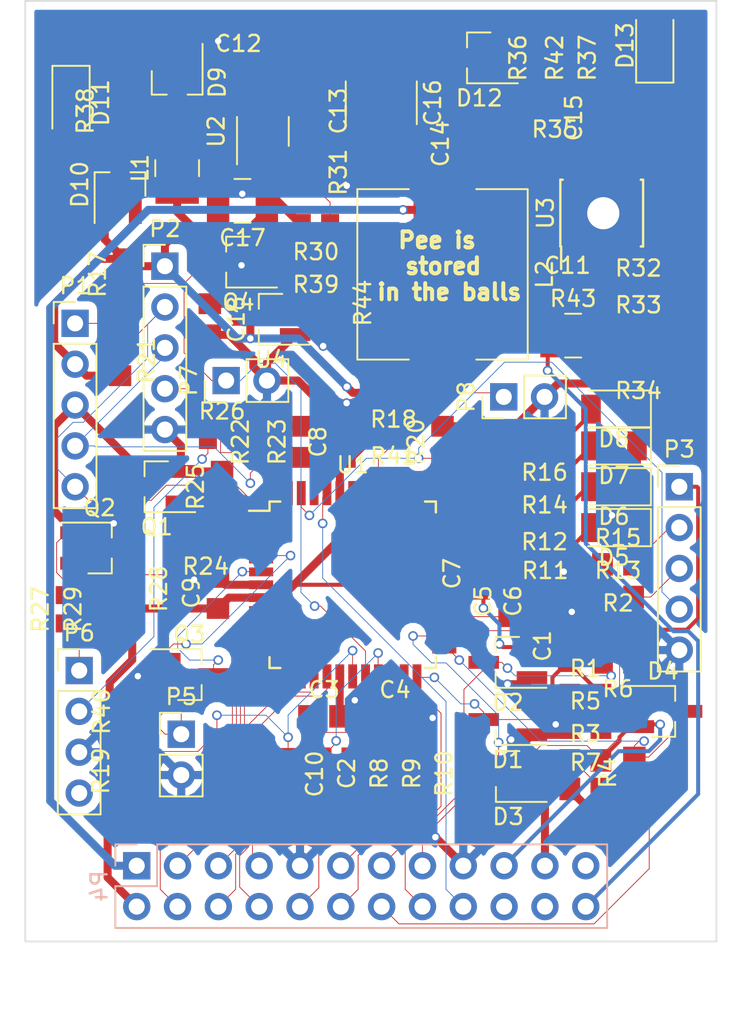
<source format=kicad_pcb>
(kicad_pcb (version 20171130) (host pcbnew "(5.0.0-rc2-196-g73a8d2a9d)")
  (layers (0 F.Cu signal) (31 B.Cu signal) (34 B.Paste user) (35 F.Paste user) (36 B.SilkS user) (37 F.SilkS user) (38 B.Mask user) (39 F.Mask user) (44 Edge.Cuts user))
  (net 0 "")
  (net 1 +5V)
  (net 2 GND)
  (net 3 "Net-(C2-Pad1)")
  (net 4 "Net-(C3-Pad1)")
  (net 5 "Net-(C4-Pad1)")
  (net 6 "Net-(C5-Pad1)")
  (net 7 "Net-(C6-Pad1)")
  (net 8 "Net-(C10-Pad1)")
  (net 9 "Net-(C11-Pad2)")
  (net 10 "Net-(C12-Pad1)")
  (net 11 "Net-(C12-Pad2)")
  (net 12 +15V)
  (net 13 "Net-(C14-Pad1)")
  (net 14 "Net-(C14-Pad2)")
  (net 15 "Net-(C15-Pad1)")
  (net 16 AFB)
  (net 17 BFB)
  (net 18 CFB)
  (net 19 BAT)
  (net 20 "Net-(D5-Pad2)")
  (net 21 "Net-(D6-Pad2)")
  (net 22 "Net-(D7-Pad2)")
  (net 23 "Net-(D8-Pad2)")
  (net 24 "Net-(D11-Pad2)")
  (net 25 "Net-(D13-Pad2)")
  (net 26 NRES)
  (net 27 HALL2)
  (net 28 HALL1)
  (net 29 HALL3)
  (net 30 TH2)
  (net 31 TH1)
  (net 32 REV)
  (net 33 GLC)
  (net 34 GUC)
  (net 35 GLB)
  (net 36 GUB)
  (net 37 GLA)
  (net 38 GUA)
  (net 39 IA)
  (net 40 IB)
  (net 41 IC)
  (net 42 READY)
  (net 43 TEMP)
  (net 44 "Net-(P4-Pad22)")
  (net 45 "Net-(P4-Pad23)")
  (net 46 BPOW)
  (net 47 RCAN)
  (net 48 "Net-(P6-Pad1)")
  (net 49 "Net-(P6-Pad2)")
  (net 50 SETUP)
  (net 51 "Net-(Q1-Pad1)")
  (net 52 "Net-(Q1-Pad3)")
  (net 53 "Net-(Q2-Pad1)")
  (net 54 R232)
  (net 55 TCAN)
  (net 56 "Net-(Q4-Pad1)")
  (net 57 "Net-(R11-Pad2)")
  (net 58 "Net-(R12-Pad2)")
  (net 59 "Net-(R14-Pad2)")
  (net 60 "Net-(R16-Pad2)")
  (net 61 T232)
  (net 62 "Net-(R30-Pad1)")
  (net 63 "Net-(R32-Pad2)")
  (net 64 "Net-(R33-Pad2)")
  (net 65 "Net-(R35-Pad2)")
  (net 66 "Net-(R44-Pad2)")
  (net 67 "Net-(U1-Pad12)")
  (net 68 "Net-(U1-Pad13)")
  (net 69 "Net-(U1-Pad33)")
  (net 70 "Net-(U1-Pad34)")
  (net 71 "Net-(D12-Pad1)")
  (module Package_QFP:TQFP-44_10x10mm_P0.8mm (layer F.Cu) (at 150.368 115.316)
    (fp_text reference U1 (at 0 -7.45) (layer F.SilkS))
    (fp_text value PIC30F4011)
    (pad 1 smd rect (at -5.7 -4) (size 1.5 0.55) (layers F.Cu F.Paste F.Mask) (net 28 HALL1))
    (pad 2 smd rect (at -5.7 -3.2) (size 1.5 0.55) (layers F.Cu F.Paste F.Mask) (net 61 T232))
    (pad 3 smd rect (at -5.7 -2.4) (size 1.5 0.55) (layers F.Cu F.Paste F.Mask) (net 54 R232))
    (pad 4 smd rect (at -5.7 -1.6) (size 1.5 0.55) (layers F.Cu F.Paste F.Mask) (net 55 TCAN))
    (pad 5 smd rect (at -5.7 -0.8) (size 1.5 0.55) (layers F.Cu F.Paste F.Mask) (net 47 RCAN))
    (pad 6 smd rect (at -5.7 0) (size 1.5 0.55) (layers F.Cu F.Paste F.Mask) (net 2 GND))
    (pad 7 smd rect (at -5.7 0.8) (size 1.5 0.55) (layers F.Cu F.Paste F.Mask) (net 1 +5V))
    (pad 8 smd rect (at -5.7 1.6) (size 1.5 0.55) (layers F.Cu F.Paste F.Mask) (net 34 GUC))
    (pad 9 smd rect (at -5.7 2.4) (size 1.5 0.55) (layers F.Cu F.Paste F.Mask) (net 33 GLC))
    (pad 10 smd rect (at -5.7 3.2) (size 1.5 0.55) (layers F.Cu F.Paste F.Mask) (net 36 GUB))
    (pad 11 smd rect (at -5.7 4) (size 1.5 0.55) (layers F.Cu F.Paste F.Mask) (net 35 GLB))
    (pad 12 smd rect (at -4 5.7 90) (size 1.5 0.55) (layers F.Cu F.Paste F.Mask) (net 67 "Net-(U1-Pad12)"))
    (pad 13 smd rect (at -3.2 5.7 90) (size 1.5 0.55) (layers F.Cu F.Paste F.Mask) (net 68 "Net-(U1-Pad13)"))
    (pad 14 smd rect (at -2.4 5.7 90) (size 1.5 0.55) (layers F.Cu F.Paste F.Mask) (net 38 GUA))
    (pad 15 smd rect (at -1.6 5.7 90) (size 1.5 0.55) (layers F.Cu F.Paste F.Mask) (net 37 GLA))
    (pad 16 smd rect (at -0.8 5.7 90) (size 1.5 0.55) (layers F.Cu F.Paste F.Mask) (net 2 GND))
    (pad 17 smd rect (at 0 5.7 90) (size 1.5 0.55) (layers F.Cu F.Paste F.Mask) (net 8 "Net-(C10-Pad1)"))
    (pad 18 smd rect (at 0.8 5.7 90) (size 1.5 0.55) (layers F.Cu F.Paste F.Mask) (net 26 NRES))
    (pad 19 smd rect (at 1.6 5.7 90) (size 1.5 0.55) (layers F.Cu F.Paste F.Mask) (net 3 "Net-(C2-Pad1)"))
    (pad 20 smd rect (at 2.4 5.7 90) (size 1.5 0.55) (layers F.Cu F.Paste F.Mask) (net 4 "Net-(C3-Pad1)"))
    (pad 21 smd rect (at 3.2 5.7 90) (size 1.5 0.55) (layers F.Cu F.Paste F.Mask) (net 5 "Net-(C4-Pad1)"))
    (pad 22 smd rect (at 4 5.7 90) (size 1.5 0.55) (layers F.Cu F.Paste F.Mask) (net 16 AFB))
    (pad 23 smd rect (at 5.7 4) (size 1.5 0.55) (layers F.Cu F.Paste F.Mask) (net 19 BAT))
    (pad 24 smd rect (at 5.7 3.2) (size 1.5 0.55) (layers F.Cu F.Paste F.Mask) (net 18 CFB))
    (pad 25 smd rect (at 5.7 2.4) (size 1.5 0.55) (layers F.Cu F.Paste F.Mask) (net 17 BFB))
    (pad 26 smd rect (at 5.7 1.6) (size 1.5 0.55) (layers F.Cu F.Paste F.Mask) (net 7 "Net-(C6-Pad1)"))
    (pad 27 smd rect (at 5.7 0.8) (size 1.5 0.55) (layers F.Cu F.Paste F.Mask) (net 6 "Net-(C5-Pad1)"))
    (pad 28 smd rect (at 5.7 0) (size 1.5 0.55) (layers F.Cu F.Paste F.Mask) (net 1 +5V))
    (pad 29 smd rect (at 5.7 -0.8) (size 1.5 0.55) (layers F.Cu F.Paste F.Mask) (net 2 GND))
    (pad 30 smd rect (at 5.7 -1.6) (size 1.5 0.55) (layers F.Cu F.Paste F.Mask) (net 2 GND))
    (pad 31 smd rect (at 5.7 -2.4) (size 1.5 0.55) (layers F.Cu F.Paste F.Mask) (net 57 "Net-(R11-Pad2)"))
    (pad 32 smd rect (at 5.7 -3.2) (size 1.5 0.55) (layers F.Cu F.Paste F.Mask) (net 58 "Net-(R12-Pad2)"))
    (pad 33 smd rect (at 5.7 -4) (size 1.5 0.55) (layers F.Cu F.Paste F.Mask) (net 69 "Net-(U1-Pad33)"))
    (pad 34 smd rect (at 4 -5.7 90) (size 1.5 0.55) (layers F.Cu F.Paste F.Mask) (net 70 "Net-(U1-Pad34)"))
    (pad 35 smd rect (at 3.2 -5.7 90) (size 1.5 0.55) (layers F.Cu F.Paste F.Mask) (net 59 "Net-(R14-Pad2)"))
    (pad 36 smd rect (at 2.4 -5.7 90) (size 1.5 0.55) (layers F.Cu F.Paste F.Mask) (net 60 "Net-(R16-Pad2)"))
    (pad 37 smd rect (at 1.6 -5.7 90) (size 1.5 0.55) (layers F.Cu F.Paste F.Mask) (net 50 SETUP))
    (pad 38 smd rect (at 0.8 -5.7 90) (size 1.5 0.55) (layers F.Cu F.Paste F.Mask) (net 50 SETUP))
    (pad 39 smd rect (at 0 -5.7 90) (size 1.5 0.55) (layers F.Cu F.Paste F.Mask) (net 2 GND))
    (pad 40 smd rect (at -0.8 -5.7 90) (size 1.5 0.55) (layers F.Cu F.Paste F.Mask) (net 1 +5V))
    (pad 41 smd rect (at -1.6 -5.7 90) (size 1.5 0.55) (layers F.Cu F.Paste F.Mask) (net 42 READY))
    (pad 42 smd rect (at -2.4 -5.7 90) (size 1.5 0.55) (layers F.Cu F.Paste F.Mask) (net 29 HALL3))
    (pad 43 smd rect (at -3.2 -5.7 90) (size 1.5 0.55) (layers F.Cu F.Paste F.Mask) (net 32 REV))
    (pad 44 smd rect (at -4 -5.7 90) (size 1.5 0.55) (layers F.Cu F.Paste F.Mask) (net 27 HALL2))
  )
  (module Capacitor_SMD:C_0805_2012Metric_Pad1.29x1.40mm_HandSolder (layer F.Cu) (at 158.2 114.62 90)
    (fp_text reference C7 (at 0 -1.65 90) (layer F.SilkS))
    (fp_text value 100n)
    (pad 1 smd rect (at -0.9675 0 90) (size 1.295 1.4) (layers F.Cu F.Paste F.Mask) (net 1 +5V))
    (pad 2 smd rect (at 0.9675 0 90) (size 1.295 1.4) (layers F.Cu F.Paste F.Mask) (net 2 GND))
  )
  (module Package_TO_SOT_SMD:SOT-23_Handsoldering (layer F.Cu) (at 160.02 123.698 180)
    (fp_text reference D1 (at 0 -2.5 180) (layer F.SilkS))
    (fp_text value bat54s)
    (pad 1 smd rect (at -1.5 -0.95 180) (size 1.9 0.8) (layers F.Cu F.Paste F.Mask) (net 2 GND))
    (pad 2 smd rect (at -1.5 0.95 180) (size 1.9 0.8) (layers F.Cu F.Paste F.Mask) (net 1 +5V))
    (pad 3 smd rect (at 1.5 0 180) (size 1.9 0.8) (layers F.Cu F.Paste F.Mask) (net 16 AFB))
  )
  (module Capacitor_SMD:C_0805_2012Metric_Pad1.29x1.40mm_HandSolder (layer F.Cu) (at 148.35 127.05 270)
    (fp_text reference C2 (at 0 -1.65 270) (layer F.SilkS))
    (fp_text value 10n)
    (pad 1 smd rect (at -0.9675 0 270) (size 1.295 1.4) (layers F.Cu F.Paste F.Mask) (net 3 "Net-(C2-Pad1)"))
    (pad 2 smd rect (at 0.9675 0 270) (size 1.295 1.4) (layers F.Cu F.Paste F.Mask) (net 2 GND))
  )
  (module Capacitor_SMD:C_0805_2012Metric_Pad1.29x1.40mm_HandSolder (layer F.Cu) (at 163.83 119.126 90)
    (fp_text reference C1 (at 0 -1.65 90) (layer F.SilkS))
    (fp_text value 100n)
    (pad 1 smd rect (at -0.9675 0 90) (size 1.295 1.4) (layers F.Cu F.Paste F.Mask) (net 1 +5V))
    (pad 2 smd rect (at 0.9675 0 90) (size 1.295 1.4) (layers F.Cu F.Paste F.Mask) (net 2 GND))
  )
  (module Capacitor_SMD:C_0805_2012Metric_Pad1.29x1.40mm_HandSolder (layer F.Cu) (at 148.59 123.5)
    (fp_text reference C3 (at 0 -1.65) (layer F.SilkS))
    (fp_text value 10n)
    (pad 1 smd rect (at -0.9675 0) (size 1.295 1.4) (layers F.Cu F.Paste F.Mask) (net 4 "Net-(C3-Pad1)"))
    (pad 2 smd rect (at 0.9675 0) (size 1.295 1.4) (layers F.Cu F.Paste F.Mask) (net 2 GND))
  )
  (module Capacitor_SMD:C_0805_2012Metric_Pad1.29x1.40mm_HandSolder (layer F.Cu) (at 153 123.5)
    (fp_text reference C4 (at 0 -1.65) (layer F.SilkS))
    (fp_text value 10n)
    (pad 1 smd rect (at -0.9675 0) (size 1.295 1.4) (layers F.Cu F.Paste F.Mask) (net 5 "Net-(C4-Pad1)"))
    (pad 2 smd rect (at 0.9675 0) (size 1.295 1.4) (layers F.Cu F.Paste F.Mask) (net 2 GND))
  )
  (module Capacitor_SMD:C_0805_2012Metric_Pad1.29x1.40mm_HandSolder (layer F.Cu) (at 160.13 116.33 90)
    (fp_text reference C5 (at 0 -1.65 90) (layer F.SilkS))
    (fp_text value 100n)
    (pad 1 smd rect (at -0.9675 0 90) (size 1.295 1.4) (layers F.Cu F.Paste F.Mask) (net 6 "Net-(C5-Pad1)"))
    (pad 2 smd rect (at 0.9675 0 90) (size 1.295 1.4) (layers F.Cu F.Paste F.Mask) (net 2 GND))
  )
  (module Capacitor_SMD:C_0805_2012Metric_Pad1.29x1.40mm_HandSolder (layer F.Cu) (at 161.99 116.33 90)
    (fp_text reference C6 (at 0 -1.65 90) (layer F.SilkS))
    (fp_text value 100n)
    (pad 1 smd rect (at -0.9675 0 90) (size 1.295 1.4) (layers F.Cu F.Paste F.Mask) (net 7 "Net-(C6-Pad1)"))
    (pad 2 smd rect (at 0.9675 0 90) (size 1.295 1.4) (layers F.Cu F.Paste F.Mask) (net 2 GND))
  )
  (module Capacitor_SMD:C_0805_2012Metric_Pad1.29x1.40mm_HandSolder (layer F.Cu) (at 149.86 106.426 90)
    (fp_text reference C8 (at 0 -1.65 90) (layer F.SilkS))
    (fp_text value 100n)
    (pad 1 smd rect (at -0.9675 0 90) (size 1.295 1.4) (layers F.Cu F.Paste F.Mask) (net 1 +5V))
    (pad 2 smd rect (at 0.9675 0 90) (size 1.295 1.4) (layers F.Cu F.Paste F.Mask) (net 2 GND))
  )
  (module Capacitor_SMD:C_0805_2012Metric_Pad1.29x1.40mm_HandSolder (layer F.Cu) (at 141.986 115.824 90)
    (fp_text reference C9 (at 0 -1.65 90) (layer F.SilkS))
    (fp_text value 100n)
    (pad 1 smd rect (at -0.9675 0 90) (size 1.295 1.4) (layers F.Cu F.Paste F.Mask) (net 1 +5V))
    (pad 2 smd rect (at 0.9675 0 90) (size 1.295 1.4) (layers F.Cu F.Paste F.Mask) (net 2 GND))
  )
  (module Capacitor_SMD:C_0805_2012Metric_Pad1.29x1.40mm_HandSolder (layer F.Cu) (at 146.35 127.0825 270)
    (fp_text reference C10 (at 0 -1.65 270) (layer F.SilkS))
    (fp_text value 1u)
    (pad 2 smd rect (at 0.9675 0 270) (size 1.295 1.4) (layers F.Cu F.Paste F.Mask) (net 2 GND))
    (pad 1 smd rect (at -0.9675 0 270) (size 1.295 1.4) (layers F.Cu F.Paste F.Mask) (net 8 "Net-(C10-Pad1)"))
  )
  (module Capacitor_SMD:C_0805_2012Metric_Pad1.29x1.40mm_HandSolder (layer F.Cu) (at 163.73 97.11)
    (fp_text reference C11 (at 0 -1.65) (layer F.SilkS))
    (fp_text value 100n)
    (pad 1 smd rect (at -0.9675 0) (size 1.295 1.4) (layers F.Cu F.Paste F.Mask) (net 2 GND))
    (pad 2 smd rect (at 0.9675 0) (size 1.295 1.4) (layers F.Cu F.Paste F.Mask) (net 9 "Net-(C11-Pad2)"))
  )
  (module Capacitor_SMD:C_0805_2012Metric_Pad1.29x1.40mm_HandSolder (layer F.Cu) (at 143.256 83.312)
    (fp_text reference C12 (at 0 -1.65) (layer F.SilkS))
    (fp_text value 10n)
    (pad 1 smd rect (at -0.9675 0) (size 1.295 1.4) (layers F.Cu F.Paste F.Mask) (net 10 "Net-(C12-Pad1)"))
    (pad 2 smd rect (at 0.9675 0) (size 1.295 1.4) (layers F.Cu F.Paste F.Mask) (net 11 "Net-(C12-Pad2)"))
  )
  (module Capacitor_SMD:C_0805_2012Metric_Pad1.29x1.40mm_HandSolder (layer F.Cu) (at 147.828 85.852 270)
    (fp_text reference C13 (at 0 -1.65 270) (layer F.SilkS))
    (fp_text value 100n)
    (pad 1 smd rect (at -0.9675 0 270) (size 1.295 1.4) (layers F.Cu F.Paste F.Mask) (net 12 +15V))
    (pad 2 smd rect (at 0.9675 0 270) (size 1.295 1.4) (layers F.Cu F.Paste F.Mask) (net 2 GND))
  )
  (module Capacitor_SMD:C_0805_2012Metric_Pad1.29x1.40mm_HandSolder (layer F.Cu) (at 157.48 87.884 90)
    (fp_text reference C14 (at 0 -1.65 90) (layer F.SilkS))
    (fp_text value 10n)
    (pad 1 smd rect (at -0.9675 0 90) (size 1.295 1.4) (layers F.Cu F.Paste F.Mask) (net 13 "Net-(C14-Pad1)"))
    (pad 2 smd rect (at 0.9675 0 90) (size 1.295 1.4) (layers F.Cu F.Paste F.Mask) (net 14 "Net-(C14-Pad2)"))
  )
  (module Capacitor_SMD:C_0805_2012Metric_Pad1.29x1.40mm_HandSolder (layer F.Cu) (at 165.77 86.28 90)
    (fp_text reference C15 (at 0 -1.65 90) (layer F.SilkS))
    (fp_text value 100n)
    (pad 1 smd rect (at -0.9675 0 90) (size 1.295 1.4) (layers F.Cu F.Paste F.Mask) (net 15 "Net-(C15-Pad1)"))
    (pad 2 smd rect (at 0.9675 0 90) (size 1.295 1.4) (layers F.Cu F.Paste F.Mask) (net 2 GND))
  )
  (module Capacitor_SMD:C_2816_7142Metric_Pad2.55x4.50mm_HandSolder (layer F.Cu) (at 152.146 85.344 270)
    (fp_text reference C16 (at 0 -3.2 270) (layer F.SilkS))
    (fp_text value 33u)
    (pad 1 smd rect (at -2.9275 0 270) (size 2.555 4.5) (layers F.Cu F.Paste F.Mask) (net 12 +15V))
    (pad 2 smd rect (at 2.9275 0 270) (size 2.555 4.5) (layers F.Cu F.Paste F.Mask) (net 2 GND))
  )
  (module Capacitor_SMD:C_1210_3225Metric_Pad1.39x2.70mm_HandSolder (layer F.Cu) (at 143.51 91.44 180)
    (fp_text reference C17 (at 0 -2.3 180) (layer F.SilkS))
    (fp_text value 10u)
    (pad 1 smd rect (at -1.5175 0 180) (size 1.395 2.7) (layers F.Cu F.Paste F.Mask) (net 1 +5V))
    (pad 2 smd rect (at 1.5175 0 180) (size 1.395 2.7) (layers F.Cu F.Paste F.Mask) (net 2 GND))
  )
  (module Capacitor_SMD:C_0805_2012Metric_Pad1.29x1.40mm_HandSolder (layer F.Cu) (at 141.478 98.806 270)
    (fp_text reference C18 (at 0 -1.65 270) (layer F.SilkS))
    (fp_text value 100n)
    (pad 1 smd rect (at -0.9675 0 270) (size 1.295 1.4) (layers F.Cu F.Paste F.Mask) (net 1 +5V))
    (pad 2 smd rect (at 0.9675 0 270) (size 1.295 1.4) (layers F.Cu F.Paste F.Mask) (net 2 GND))
  )
  (module Package_TO_SOT_SMD:SOT-23_Handsoldering (layer F.Cu) (at 160.04 127.24 180)
    (fp_text reference D3 (at 0 -2.5 180) (layer F.SilkS))
    (fp_text value bat54s)
    (pad 1 smd rect (at -1.5 -0.95 180) (size 1.9 0.8) (layers F.Cu F.Paste F.Mask) (net 2 GND))
    (pad 2 smd rect (at -1.5 0.95 180) (size 1.9 0.8) (layers F.Cu F.Paste F.Mask) (net 1 +5V))
    (pad 3 smd rect (at 1.5 0 180) (size 1.9 0.8) (layers F.Cu F.Paste F.Mask) (net 18 CFB))
  )
  (module Package_TO_SOT_SMD:SOT-23_Handsoldering (layer F.Cu) (at 169.672 123.19)
    (fp_text reference D4 (at 0 -2.5) (layer F.SilkS))
    (fp_text value bat54s)
    (pad 1 smd rect (at -1.5 -0.95) (size 1.9 0.8) (layers F.Cu F.Paste F.Mask) (net 2 GND))
    (pad 2 smd rect (at -1.5 0.95) (size 1.9 0.8) (layers F.Cu F.Paste F.Mask) (net 1 +5V))
    (pad 3 smd rect (at 1.5 0) (size 1.9 0.8) (layers F.Cu F.Paste F.Mask) (net 19 BAT))
  )
  (module LED_SMD:LED_1206_3216Metric_Pad1.22x1.80mm_HandSolder (layer F.Cu) (at 166.624 111.76 180)
    (fp_text reference D5 (at 0 -1.85 180) (layer F.SilkS))
    (fp_text value red)
    (pad 1 smd rect (at -1.43 0 180) (size 1.22 1.8) (layers F.Cu F.Paste F.Mask) (net 2 GND))
    (pad 2 smd rect (at 1.43 0 180) (size 1.22 1.8) (layers F.Cu F.Paste F.Mask) (net 20 "Net-(D5-Pad2)"))
  )
  (module LED_SMD:LED_1206_3216Metric_Pad1.22x1.80mm_HandSolder (layer F.Cu) (at 166.624 109.22 180)
    (fp_text reference D6 (at 0 -1.85 180) (layer F.SilkS))
    (fp_text value orange)
    (pad 1 smd rect (at -1.43 0 180) (size 1.22 1.8) (layers F.Cu F.Paste F.Mask) (net 2 GND))
    (pad 2 smd rect (at 1.43 0 180) (size 1.22 1.8) (layers F.Cu F.Paste F.Mask) (net 21 "Net-(D6-Pad2)"))
  )
  (module LED_SMD:LED_1206_3216Metric_Pad1.22x1.80mm_HandSolder (layer F.Cu) (at 166.624 106.68 180)
    (fp_text reference D7 (at 0 -1.85 180) (layer F.SilkS))
    (fp_text value yellow)
    (pad 1 smd rect (at -1.43 0 180) (size 1.22 1.8) (layers F.Cu F.Paste F.Mask) (net 2 GND))
    (pad 2 smd rect (at 1.43 0 180) (size 1.22 1.8) (layers F.Cu F.Paste F.Mask) (net 22 "Net-(D7-Pad2)"))
  )
  (module LED_SMD:LED_1206_3216Metric_Pad1.22x1.80mm_HandSolder (layer F.Cu) (at 166.624 104.394 180)
    (fp_text reference D8 (at 0 -1.85 180) (layer F.SilkS))
    (fp_text value green)
    (pad 1 smd rect (at -1.43 0 180) (size 1.22 1.8) (layers F.Cu F.Paste F.Mask) (net 2 GND))
    (pad 2 smd rect (at 1.43 0 180) (size 1.22 1.8) (layers F.Cu F.Paste F.Mask) (net 23 "Net-(D8-Pad2)"))
  )
  (module LED_SMD:LED_1206_3216Metric_Pad1.22x1.80mm_HandSolder (layer F.Cu) (at 132.842 85.344 270)
    (fp_text reference D11 (at 0 -1.85 270) (layer F.SilkS))
    (fp_text value green)
    (pad 1 smd rect (at -1.43 0 270) (size 1.22 1.8) (layers F.Cu F.Paste F.Mask) (net 2 GND))
    (pad 2 smd rect (at 1.43 0 270) (size 1.22 1.8) (layers F.Cu F.Paste F.Mask) (net 24 "Net-(D11-Pad2)"))
  )
  (module Package_TO_SOT_SMD:SOT-23_Handsoldering (layer F.Cu) (at 158.242 82.55 180)
    (fp_text reference D12 (at 0 -2.5 180) (layer F.SilkS))
    (fp_text value bzx84c39)
    (pad 1 smd rect (at -1.5 -0.95 180) (size 1.9 0.8) (layers F.Cu F.Paste F.Mask) (net 71 "Net-(D12-Pad1)"))
    (pad 2 smd rect (at -1.5 0.95 180) (size 1.9 0.8) (layers F.Cu F.Paste F.Mask))
    (pad 3 smd rect (at 1.5 0 180) (size 1.9 0.8) (layers F.Cu F.Paste F.Mask) (net 12 +15V))
  )
  (module LED_SMD:LED_1206_3216Metric_Pad1.22x1.80mm_HandSolder (layer F.Cu) (at 169.164 81.788 90)
    (fp_text reference D13 (at 0 -1.85 90) (layer F.SilkS))
    (fp_text value green)
    (pad 1 smd rect (at -1.43 0 90) (size 1.22 1.8) (layers F.Cu F.Paste F.Mask) (net 2 GND))
    (pad 2 smd rect (at 1.43 0 90) (size 1.22 1.8) (layers F.Cu F.Paste F.Mask) (net 25 "Net-(D13-Pad2)"))
  )
  (module Inductor_SMD:L_1210_3225Metric_Pad1.39x2.70mm_HandSolder (layer F.Cu) (at 139.446 89.408 90)
    (fp_text reference L1 (at 0 -2.3 90) (layer F.SilkS))
    (fp_text value 47uH)
    (pad 1 smd rect (at -1.5175 0 90) (size 1.395 2.7) (layers F.Cu F.Paste F.Mask) (net 1 +5V))
    (pad 2 smd rect (at 1.5175 0 90) (size 1.395 2.7) (layers F.Cu F.Paste F.Mask) (net 11 "Net-(C12-Pad2)"))
  )
  (module Inductor_SMD:L_10.4x10.4_H4.8 (layer F.Cu) (at 155.956 96.012 270)
    (fp_text reference L2 (at 0 -6.35 270) (layer F.SilkS))
    (fp_text value 220uH)
    (pad 1 smd rect (at -4.15 0 270) (size 2.7 3.6) (layers F.Cu F.Paste F.Mask) (net 12 +15V))
    (pad 2 smd rect (at 4.15 0 270) (size 2.7 3.6) (layers F.Cu F.Paste F.Mask) (net 13 "Net-(C14-Pad1)"))
  )
  (module Connector_PinHeader_2.54mm:PinHeader_1x05_P2.54mm_Vertical (layer F.Cu) (at 133.096 99.06)
    (fp_text reference P1 (at 0 -2.33) (layer F.SilkS))
    (fp_text value Conn_01x05)
    (pad 1 thru_hole rect (at 0 0) (size 1.7 1.7) (drill 1) (layers *.Cu *.Mask) (net 26 NRES))
    (pad 2 thru_hole oval (at 0 2.54) (size 1.7 1.7) (drill 1) (layers *.Cu *.Mask) (net 1 +5V))
    (pad 3 thru_hole oval (at 0 5.08) (size 1.7 1.7) (drill 1) (layers *.Cu *.Mask) (net 2 GND))
    (pad 4 thru_hole oval (at 0 7.62) (size 1.7 1.7) (drill 1) (layers *.Cu *.Mask) (net 27 HALL2))
    (pad 5 thru_hole oval (at 0 10.16) (size 1.7 1.7) (drill 1) (layers *.Cu *.Mask) (net 28 HALL1))
  )
  (module Connector_PinHeader_2.54mm:PinHeader_1x05_P2.54mm_Vertical (layer F.Cu) (at 138.684 95.504)
    (fp_text reference P2 (at 0 -2.33) (layer F.SilkS))
    (fp_text value Conn_01x05)
    (pad 1 thru_hole rect (at 0 0) (size 1.7 1.7) (drill 1) (layers *.Cu *.Mask) (net 1 +5V))
    (pad 2 thru_hole oval (at 0 2.54) (size 1.7 1.7) (drill 1) (layers *.Cu *.Mask) (net 28 HALL1))
    (pad 3 thru_hole oval (at 0 5.08) (size 1.7 1.7) (drill 1) (layers *.Cu *.Mask) (net 27 HALL2))
    (pad 4 thru_hole oval (at 0 7.62) (size 1.7 1.7) (drill 1) (layers *.Cu *.Mask) (net 29 HALL3))
    (pad 5 thru_hole oval (at 0 10.16) (size 1.7 1.7) (drill 1) (layers *.Cu *.Mask) (net 2 GND))
  )
  (module Connector_PinHeader_2.54mm:PinHeader_1x05_P2.54mm_Vertical (layer F.Cu) (at 170.688 109.22)
    (fp_text reference P3 (at 0 -2.33) (layer F.SilkS))
    (fp_text value Conn_01x05)
    (pad 1 thru_hole rect (at 0 0) (size 1.7 1.7) (drill 1) (layers *.Cu *.Mask) (net 1 +5V))
    (pad 2 thru_hole oval (at 0 2.54) (size 1.7 1.7) (drill 1) (layers *.Cu *.Mask) (net 30 TH2))
    (pad 3 thru_hole oval (at 0 5.08) (size 1.7 1.7) (drill 1) (layers *.Cu *.Mask) (net 31 TH1))
    (pad 4 thru_hole oval (at 0 7.62) (size 1.7 1.7) (drill 1) (layers *.Cu *.Mask) (net 32 REV))
    (pad 5 thru_hole oval (at 0 10.16) (size 1.7 1.7) (drill 1) (layers *.Cu *.Mask) (net 2 GND))
  )
  (module Connector_PinHeader_2.54mm:PinHeader_2x12_P2.54mm_Vertical (layer B.Cu) (at 136.93 132.79 270)
    (fp_text reference P4 (at 1.27 2.33 270) (layer B.SilkS) (effects (justify mirror)))
    (fp_text value Conn_02x12_Odd_Even)
    (pad 1 thru_hole rect (at 0 0 270) (size 1.7 1.7) (drill 1) (layers *.Cu *.Mask) (net 12 +15V))
    (pad 2 thru_hole oval (at 2.54 0 270) (size 1.7 1.7) (drill 1) (layers *.Cu *.Mask) (net 1 +5V))
    (pad 3 thru_hole oval (at 0 -2.54 270) (size 1.7 1.7) (drill 1) (layers *.Cu *.Mask) (net 33 GLC))
    (pad 4 thru_hole oval (at 2.54 -2.54 270) (size 1.7 1.7) (drill 1) (layers *.Cu *.Mask) (net 34 GUC))
    (pad 5 thru_hole oval (at 0 -5.08 270) (size 1.7 1.7) (drill 1) (layers *.Cu *.Mask) (net 35 GLB))
    (pad 6 thru_hole oval (at 2.54 -5.08 270) (size 1.7 1.7) (drill 1) (layers *.Cu *.Mask) (net 36 GUB))
    (pad 7 thru_hole oval (at 0 -7.62 270) (size 1.7 1.7) (drill 1) (layers *.Cu *.Mask) (net 37 GLA))
    (pad 8 thru_hole oval (at 2.54 -7.62 270) (size 1.7 1.7) (drill 1) (layers *.Cu *.Mask) (net 38 GUA))
    (pad 9 thru_hole oval (at 0 -10.16 270) (size 1.7 1.7) (drill 1) (layers *.Cu *.Mask) (net 2 GND))
    (pad 10 thru_hole oval (at 2.54 -10.16 270) (size 1.7 1.7) (drill 1) (layers *.Cu *.Mask) (net 39 IA))
    (pad 11 thru_hole oval (at 0 -12.7 270) (size 1.7 1.7) (drill 1) (layers *.Cu *.Mask) (net 40 IB))
    (pad 12 thru_hole oval (at 2.54 -12.7 270) (size 1.7 1.7) (drill 1) (layers *.Cu *.Mask) (net 41 IC))
    (pad 13 thru_hole oval (at 0 -15.24 270) (size 1.7 1.7) (drill 1) (layers *.Cu *.Mask) (net 16 AFB))
    (pad 14 thru_hole oval (at 2.54 -15.24 270) (size 1.7 1.7) (drill 1) (layers *.Cu *.Mask) (net 19 BAT))
    (pad 15 thru_hole oval (at 0 -17.78 270) (size 1.7 1.7) (drill 1) (layers *.Cu *.Mask) (net 18 CFB))
    (pad 16 thru_hole oval (at 2.54 -17.78 270) (size 1.7 1.7) (drill 1) (layers *.Cu *.Mask) (net 17 BFB))
    (pad 17 thru_hole oval (at 0 -20.32 270) (size 1.7 1.7) (drill 1) (layers *.Cu *.Mask) (net 2 GND))
    (pad 18 thru_hole oval (at 2.54 -20.32 270) (size 1.7 1.7) (drill 1) (layers *.Cu *.Mask) (net 42 READY))
    (pad 19 thru_hole oval (at 0 -22.86 270) (size 1.7 1.7) (drill 1) (layers *.Cu *.Mask) (net 1 +5V))
    (pad 20 thru_hole oval (at 2.54 -22.86 270) (size 1.7 1.7) (drill 1) (layers *.Cu *.Mask) (net 43 TEMP))
    (pad 21 thru_hole oval (at 0 -25.4 270) (size 1.7 1.7) (drill 1) (layers *.Cu *.Mask) (net 2 GND))
    (pad 22 thru_hole oval (at 2.54 -25.4 270) (size 1.7 1.7) (drill 1) (layers *.Cu *.Mask) (net 44 "Net-(P4-Pad22)"))
    (pad 23 thru_hole oval (at 0 -27.94 270) (size 1.7 1.7) (drill 1) (layers *.Cu *.Mask) (net 45 "Net-(P4-Pad23)"))
    (pad 24 thru_hole oval (at 2.54 -27.94 270) (size 1.7 1.7) (drill 1) (layers *.Cu *.Mask) (net 46 BPOW))
  )
  (module Connector_PinHeader_2.54mm:PinHeader_1x02_P2.54mm_Vertical (layer F.Cu) (at 139.7 124.61)
    (fp_text reference P5 (at 0 -2.33) (layer F.SilkS))
    (fp_text value Conn_01x02)
    (pad 1 thru_hole rect (at 0 0) (size 1.7 1.7) (drill 1) (layers *.Cu *.Mask) (net 47 RCAN))
    (pad 2 thru_hole oval (at 0 2.54) (size 1.7 1.7) (drill 1) (layers *.Cu *.Mask) (net 2 GND))
  )
  (module Connector_PinHeader_2.54mm:PinHeader_1x02_P2.54mm_Vertical (layer F.Cu) (at 142.494 102.616 90)
    (fp_text reference P7 (at 0 -2.33 90) (layer F.SilkS))
    (fp_text value Conn_01x02)
    (pad 1 thru_hole rect (at 0 0 90) (size 1.7 1.7) (drill 1) (layers *.Cu *.Mask) (net 26 NRES))
    (pad 2 thru_hole oval (at 0 2.54 90) (size 1.7 1.7) (drill 1) (layers *.Cu *.Mask) (net 2 GND))
  )
  (module Connector_PinHeader_2.54mm:PinHeader_1x02_P2.54mm_Vertical (layer F.Cu) (at 159.766 103.632 90)
    (fp_text reference P8 (at 0 -2.33 90) (layer F.SilkS))
    (fp_text value Conn_01x02)
    (pad 1 thru_hole rect (at 0 0 90) (size 1.7 1.7) (drill 1) (layers *.Cu *.Mask) (net 50 SETUP))
    (pad 2 thru_hole oval (at 0 2.54 90) (size 1.7 1.7) (drill 1) (layers *.Cu *.Mask) (net 2 GND))
  )
  (module Resistor_SMD:R_0805_2012Metric_Pad1.29x1.40mm_HandSolder (layer F.Cu) (at 164.846 122.174)
    (fp_text reference R1 (at 0 -1.65) (layer F.SilkS))
    (fp_text value 22k)
    (pad 1 smd rect (at -0.9675 0) (size 1.295 1.4) (layers F.Cu F.Paste F.Mask) (net 16 AFB))
    (pad 2 smd rect (at 0.9675 0) (size 1.295 1.4) (layers F.Cu F.Paste F.Mask) (net 1 +5V))
  )
  (module Resistor_SMD:R_0805_2012Metric_Pad1.29x1.40mm_HandSolder (layer F.Cu) (at 166.878 118.11)
    (fp_text reference R2 (at 0 -1.65) (layer F.SilkS))
    (fp_text value 22k)
    (pad 1 smd rect (at -0.9675 0) (size 1.295 1.4) (layers F.Cu F.Paste F.Mask) (net 17 BFB))
    (pad 2 smd rect (at 0.9675 0) (size 1.295 1.4) (layers F.Cu F.Paste F.Mask) (net 1 +5V))
  )
  (module Resistor_SMD:R_0805_2012Metric_Pad1.29x1.40mm_HandSolder (layer F.Cu) (at 164.846 126.238)
    (fp_text reference R3 (at 0 -1.65) (layer F.SilkS))
    (fp_text value 22k)
    (pad 1 smd rect (at -0.9675 0) (size 1.295 1.4) (layers F.Cu F.Paste F.Mask) (net 18 CFB))
    (pad 2 smd rect (at 0.9675 0) (size 1.295 1.4) (layers F.Cu F.Paste F.Mask) (net 1 +5V))
  )
  (module Resistor_SMD:R_0805_2012Metric_Pad1.29x1.40mm_HandSolder (layer F.Cu) (at 167.894 127 90)
    (fp_text reference R4 (at 0 -1.65 90) (layer F.SilkS))
    (fp_text value 22k)
    (pad 1 smd rect (at -0.9675 0 90) (size 1.295 1.4) (layers F.Cu F.Paste F.Mask) (net 2 GND))
    (pad 2 smd rect (at 0.9675 0 90) (size 1.295 1.4) (layers F.Cu F.Paste F.Mask) (net 19 BAT))
  )
  (module Resistor_SMD:R_0805_2012Metric_Pad1.29x1.40mm_HandSolder (layer F.Cu) (at 164.846 124.206)
    (fp_text reference R5 (at 0 -1.65) (layer F.SilkS))
    (fp_text value 22k)
    (pad 1 smd rect (at -0.9675 0) (size 1.295 1.4) (layers F.Cu F.Paste F.Mask) (net 2 GND))
    (pad 2 smd rect (at 0.9675 0) (size 1.295 1.4) (layers F.Cu F.Paste F.Mask) (net 16 AFB))
  )
  (module Resistor_SMD:R_0805_2012Metric_Pad1.29x1.40mm_HandSolder (layer F.Cu) (at 166.878 120.142 180)
    (fp_text reference R6 (at 0 -1.65 180) (layer F.SilkS))
    (fp_text value 22k)
    (pad 1 smd rect (at -0.9675 0 180) (size 1.295 1.4) (layers F.Cu F.Paste F.Mask) (net 2 GND))
    (pad 2 smd rect (at 0.9675 0 180) (size 1.295 1.4) (layers F.Cu F.Paste F.Mask) (net 17 BFB))
  )
  (module Resistor_SMD:R_0805_2012Metric_Pad1.29x1.40mm_HandSolder (layer F.Cu) (at 164.846 128.016)
    (fp_text reference R7 (at 0 -1.65) (layer F.SilkS))
    (fp_text value 22k)
    (pad 1 smd rect (at -0.9675 0) (size 1.295 1.4) (layers F.Cu F.Paste F.Mask) (net 2 GND))
    (pad 2 smd rect (at 0.9675 0) (size 1.295 1.4) (layers F.Cu F.Paste F.Mask) (net 18 CFB))
  )
  (module Resistor_SMD:R_0805_2012Metric_Pad1.29x1.40mm_HandSolder (layer F.Cu) (at 150.37 127.05 270)
    (fp_text reference R8 (at 0 -1.65 270) (layer F.SilkS))
    (fp_text value 1k)
    (pad 1 smd rect (at -0.9675 0 270) (size 1.295 1.4) (layers F.Cu F.Paste F.Mask) (net 3 "Net-(C2-Pad1)"))
    (pad 2 smd rect (at 0.9675 0 270) (size 1.295 1.4) (layers F.Cu F.Paste F.Mask) (net 39 IA))
  )
  (module Resistor_SMD:R_0805_2012Metric_Pad1.29x1.40mm_HandSolder (layer F.Cu) (at 152.4 127.05 270)
    (fp_text reference R9 (at 0 -1.65 270) (layer F.SilkS))
    (fp_text value 1k)
    (pad 1 smd rect (at -0.9675 0 270) (size 1.295 1.4) (layers F.Cu F.Paste F.Mask) (net 4 "Net-(C3-Pad1)"))
    (pad 2 smd rect (at 0.9675 0 270) (size 1.295 1.4) (layers F.Cu F.Paste F.Mask) (net 40 IB))
  )
  (module Resistor_SMD:R_0805_2012Metric_Pad1.29x1.40mm_HandSolder (layer F.Cu) (at 154.4 127.05 270)
    (fp_text reference R10 (at 0 -1.65 270) (layer F.SilkS))
    (fp_text value 1k)
    (pad 1 smd rect (at -0.9675 0 270) (size 1.295 1.4) (layers F.Cu F.Paste F.Mask) (net 5 "Net-(C4-Pad1)"))
    (pad 2 smd rect (at 0.9675 0 270) (size 1.295 1.4) (layers F.Cu F.Paste F.Mask) (net 41 IC))
  )
  (module Resistor_SMD:R_0805_2012Metric_Pad1.29x1.40mm_HandSolder (layer F.Cu) (at 162.34 112.79 180)
    (fp_text reference R11 (at 0 -1.65 180) (layer F.SilkS))
    (fp_text value 680)
    (pad 1 smd rect (at -0.9675 0 180) (size 1.295 1.4) (layers F.Cu F.Paste F.Mask) (net 20 "Net-(D5-Pad2)"))
    (pad 2 smd rect (at 0.9675 0 180) (size 1.295 1.4) (layers F.Cu F.Paste F.Mask) (net 57 "Net-(R11-Pad2)"))
  )
  (module Resistor_SMD:R_0805_2012Metric_Pad1.29x1.40mm_HandSolder (layer F.Cu) (at 162.306 110.998 180)
    (fp_text reference R12 (at 0 -1.65 180) (layer F.SilkS))
    (fp_text value 680)
    (pad 1 smd rect (at -0.9675 0 180) (size 1.295 1.4) (layers F.Cu F.Paste F.Mask) (net 21 "Net-(D6-Pad2)"))
    (pad 2 smd rect (at 0.9675 0 180) (size 1.295 1.4) (layers F.Cu F.Paste F.Mask) (net 58 "Net-(R12-Pad2)"))
  )
  (module Resistor_SMD:R_0805_2012Metric_Pad1.29x1.40mm_HandSolder (layer F.Cu) (at 166.878 116.078)
    (fp_text reference R13 (at 0 -1.65) (layer F.SilkS))
    (fp_text value 1k)
    (pad 1 smd rect (at -0.9675 0) (size 1.295 1.4) (layers F.Cu F.Paste F.Mask) (net 7 "Net-(C6-Pad1)"))
    (pad 2 smd rect (at 0.9675 0) (size 1.295 1.4) (layers F.Cu F.Paste F.Mask) (net 31 TH1))
  )
  (module Resistor_SMD:R_0805_2012Metric_Pad1.29x1.40mm_HandSolder (layer F.Cu) (at 162.306 108.712 180)
    (fp_text reference R14 (at 0 -1.65 180) (layer F.SilkS))
    (fp_text value 680)
    (pad 1 smd rect (at -0.9675 0 180) (size 1.295 1.4) (layers F.Cu F.Paste F.Mask) (net 22 "Net-(D7-Pad2)"))
    (pad 2 smd rect (at 0.9675 0 180) (size 1.295 1.4) (layers F.Cu F.Paste F.Mask) (net 59 "Net-(R14-Pad2)"))
  )
  (module Resistor_SMD:R_0805_2012Metric_Pad1.29x1.40mm_HandSolder (layer F.Cu) (at 166.878 114.046)
    (fp_text reference R15 (at 0 -1.65) (layer F.SilkS))
    (fp_text value 1k)
    (pad 1 smd rect (at -0.9675 0) (size 1.295 1.4) (layers F.Cu F.Paste F.Mask) (net 6 "Net-(C5-Pad1)"))
    (pad 2 smd rect (at 0.9675 0) (size 1.295 1.4) (layers F.Cu F.Paste F.Mask) (net 30 TH2))
  )
  (module Resistor_SMD:R_0805_2012Metric_Pad1.29x1.40mm_HandSolder (layer F.Cu) (at 162.306 106.68 180)
    (fp_text reference R16 (at 0 -1.65 180) (layer F.SilkS))
    (fp_text value 680)
    (pad 1 smd rect (at -0.9675 0 180) (size 1.295 1.4) (layers F.Cu F.Paste F.Mask) (net 23 "Net-(D8-Pad2)"))
    (pad 2 smd rect (at 0.9675 0 180) (size 1.295 1.4) (layers F.Cu F.Paste F.Mask) (net 60 "Net-(R16-Pad2)"))
  )
  (module Resistor_SMD:R_0805_2012Metric_Pad1.29x1.40mm_HandSolder (layer F.Cu) (at 136.144 96.012 90)
    (fp_text reference R17 (at 0 -1.65 90) (layer F.SilkS))
    (fp_text value 4k7)
    (pad 1 smd rect (at -0.9675 0 90) (size 1.295 1.4) (layers F.Cu F.Paste F.Mask) (net 26 NRES))
    (pad 2 smd rect (at 0.9675 0 90) (size 1.295 1.4) (layers F.Cu F.Paste F.Mask) (net 1 +5V))
  )
  (module Resistor_SMD:R_0805_2012Metric_Pad1.29x1.40mm_HandSolder (layer F.Cu) (at 152.908 103.378 180)
    (fp_text reference R18 (at 0 -1.65 180) (layer F.SilkS))
    (fp_text value 4k7)
    (pad 1 smd rect (at -0.9675 0 180) (size 1.295 1.4) (layers F.Cu F.Paste F.Mask) (net 50 SETUP))
    (pad 2 smd rect (at 0.9675 0 180) (size 1.295 1.4) (layers F.Cu F.Paste F.Mask) (net 1 +5V))
  )
  (module Resistor_SMD:R_0805_2012Metric_Pad1.29x1.40mm_HandSolder (layer F.Cu) (at 136.35 126.9 90)
    (fp_text reference R19 (at 0 -1.65 90) (layer F.SilkS))
    (fp_text value 10)
    (pad 1 smd rect (at -0.9675 0 90) (size 1.295 1.4) (layers F.Cu F.Paste F.Mask) (net 8 "Net-(C10-Pad1)"))
    (pad 2 smd rect (at 0.9675 0 90) (size 1.295 1.4) (layers F.Cu F.Paste F.Mask) (net 1 +5V))
  )
  (module Resistor_SMD:R_0805_2012Metric_Pad1.29x1.40mm_HandSolder (layer F.Cu) (at 155.956 106.426 90)
    (fp_text reference R20 (at 0 -1.65 90) (layer F.SilkS))
    (fp_text value 2k2)
    (pad 1 smd rect (at -0.9675 0 90) (size 1.295 1.4) (layers F.Cu F.Paste F.Mask) (net 32 REV))
    (pad 2 smd rect (at 0.9675 0 90) (size 1.295 1.4) (layers F.Cu F.Paste F.Mask) (net 2 GND))
  )
  (module Resistor_SMD:R_0805_2012Metric_Pad1.29x1.40mm_HandSolder (layer F.Cu) (at 135.89 101.346 270)
    (fp_text reference R21 (at 0 -1.65 270) (layer F.SilkS))
    (fp_text value 4k7)
    (pad 1 smd rect (at -0.9675 0 270) (size 1.295 1.4) (layers F.Cu F.Paste F.Mask) (net 28 HALL1))
    (pad 2 smd rect (at 0.9675 0 270) (size 1.295 1.4) (layers F.Cu F.Paste F.Mask) (net 1 +5V))
  )
  (module Resistor_SMD:R_0805_2012Metric_Pad1.29x1.40mm_HandSolder (layer F.Cu) (at 145.034 106.426 90)
    (fp_text reference R22 (at 0 -1.65 90) (layer F.SilkS))
    (fp_text value 4k7)
    (pad 1 smd rect (at -0.9675 0 90) (size 1.295 1.4) (layers F.Cu F.Paste F.Mask) (net 27 HALL2))
    (pad 2 smd rect (at 0.9675 0 90) (size 1.295 1.4) (layers F.Cu F.Paste F.Mask) (net 1 +5V))
  )
  (module Resistor_SMD:R_0805_2012Metric_Pad1.29x1.40mm_HandSolder (layer F.Cu) (at 147.32 106.426 90)
    (fp_text reference R23 (at 0 -1.65 90) (layer F.SilkS))
    (fp_text value 4k7)
    (pad 1 smd rect (at -0.9675 0 90) (size 1.295 1.4) (layers F.Cu F.Paste F.Mask) (net 29 HALL3))
    (pad 2 smd rect (at 0.9675 0 90) (size 1.295 1.4) (layers F.Cu F.Paste F.Mask) (net 1 +5V))
  )
  (module Resistor_SMD:R_0805_2012Metric_Pad1.29x1.40mm_HandSolder (layer F.Cu) (at 141.224 112.522 180)
    (fp_text reference R24 (at 0 -1.65 180) (layer F.SilkS))
    (fp_text value 2k2)
    (pad 1 smd rect (at -0.9675 0 180) (size 1.295 1.4) (layers F.Cu F.Paste F.Mask) (net 61 T232))
    (pad 2 smd rect (at 0.9675 0 180) (size 1.295 1.4) (layers F.Cu F.Paste F.Mask) (net 51 "Net-(Q1-Pad1)"))
  )
  (module Resistor_SMD:R_0805_2012Metric_Pad1.29x1.40mm_HandSolder (layer F.Cu) (at 142.24 109.22 90)
    (fp_text reference R25 (at 0 -1.65 90) (layer F.SilkS))
    (fp_text value 680)
    (pad 1 smd rect (at -0.9675 0 90) (size 1.295 1.4) (layers F.Cu F.Paste F.Mask) (net 51 "Net-(Q1-Pad1)"))
    (pad 2 smd rect (at 0.9675 0 90) (size 1.295 1.4) (layers F.Cu F.Paste F.Mask) (net 2 GND))
  )
  (module Package_TO_SOT_SMD:SOT-23-6_Handsoldering (layer F.Cu) (at 144.78 87.122 90)
    (fp_text reference U2 (at 0 -2.9 90) (layer F.SilkS))
    (fp_text value mpc16301)
    (pad 1 smd rect (at -1.35 -0.95 90) (size 1.56 0.65) (layers F.Cu F.Paste F.Mask) (net 10 "Net-(C12-Pad1)"))
    (pad 2 smd rect (at -1.35 0 90) (size 1.56 0.65) (layers F.Cu F.Paste F.Mask) (net 2 GND))
    (pad 3 smd rect (at -1.35 0.95 90) (size 1.56 0.65) (layers F.Cu F.Paste F.Mask) (net 62 "Net-(R30-Pad1)"))
    (pad 4 smd rect (at 1.35 0.95 90) (size 1.56 0.65) (layers F.Cu F.Paste F.Mask) (net 12 +15V))
    (pad 6 smd rect (at 1.35 -0.95 90) (size 1.56 0.65) (layers F.Cu F.Paste F.Mask) (net 11 "Net-(C12-Pad2)"))
    (pad 5 smd rect (at 1.35 0 90) (size 1.56 0.65) (layers F.Cu F.Paste F.Mask) (net 12 +15V))
  )
  (module Package_SO:SOIC-8_3.9x4.9mm_P1.27mm (layer F.Cu) (at 165.862 92.202 90)
    (fp_text reference U3 (at 0 -3.5 90) (layer F.SilkS))
    (fp_text value lm5017)
    (pad 1 smd rect (at -2.7 -1.905 90) (size 1.55 0.6) (layers F.Cu F.Paste F.Mask) (net 2 GND))
    (pad 2 smd rect (at -2.7 -0.635 90) (size 1.55 0.6) (layers F.Cu F.Paste F.Mask) (net 9 "Net-(C11-Pad2)"))
    (pad 3 smd rect (at -2.7 0.635 90) (size 1.55 0.6) (layers F.Cu F.Paste F.Mask) (net 64 "Net-(R33-Pad2)"))
    (pad 4 smd rect (at -2.7 1.905 90) (size 1.55 0.6) (layers F.Cu F.Paste F.Mask) (net 63 "Net-(R32-Pad2)"))
    (pad 5 smd rect (at 2.7 1.905 90) (size 1.55 0.6) (layers F.Cu F.Paste F.Mask) (net 65 "Net-(R35-Pad2)"))
    (pad 6 smd rect (at 2.7 0.635 90) (size 1.55 0.6) (layers F.Cu F.Paste F.Mask) (net 15 "Net-(C15-Pad1)"))
    (pad 7 smd rect (at 2.7 -0.635 90) (size 1.55 0.6) (layers F.Cu F.Paste F.Mask) (net 14 "Net-(C14-Pad2)"))
    (pad 8 smd rect (at 2.7 -1.905 90) (size 1.55 0.6) (layers F.Cu F.Paste F.Mask) (net 13 "Net-(C14-Pad1)"))
  )
  (module Connector_PinHeader_2.54mm:PinHeader_1x04_P2.54mm_Vertical (layer F.Cu) (at 133.35 120.65)
    (fp_text reference P6 (at 0 -2.33) (layer F.SilkS))
    (fp_text value Conn_01x03)
    (pad 1 thru_hole rect (at 0 0) (size 1.7 1.7) (drill 1) (layers *.Cu *.Mask) (net 48 "Net-(P6-Pad1)"))
    (pad 2 thru_hole oval (at 0 2.54) (size 1.7 1.7) (drill 1) (layers *.Cu *.Mask) (net 49 "Net-(P6-Pad2)"))
    (pad 3 thru_hole oval (at 0 5.08) (size 1.7 1.7) (drill 1) (layers *.Cu *.Mask) (net 2 GND))
    (pad 4 thru_hole oval (at 0 7.62) (size 1.7 1.7) (drill 1) (layers *.Cu *.Mask))
  )
  (module Resistor_SMD:R_0805_2012Metric (layer F.Cu) (at 136.398 123.19 90)
    (fp_text reference R40 (at 0 -1.65 90) (layer F.SilkS))
    (fp_text value 2k2)
    (pad 1 smd rect (at -0.88 0 90) (size 1.12 1.4) (layers F.Cu F.Paste F.Mask) (net 1 +5V))
    (pad 2 smd rect (at 0.88 0 90) (size 1.12 1.4) (layers F.Cu F.Paste F.Mask) (net 47 RCAN))
  )
  (module Package_TO_SOT_SMD:SOT-23_Handsoldering (layer F.Cu) (at 160.02 120.142 180)
    (fp_text reference D2 (at 0 -2.5 180) (layer F.SilkS))
    (fp_text value bat54s)
    (pad 1 smd rect (at -1.5 -0.95 180) (size 1.9 0.8) (layers F.Cu F.Paste F.Mask) (net 2 GND))
    (pad 2 smd rect (at -1.5 0.95 180) (size 1.9 0.8) (layers F.Cu F.Paste F.Mask) (net 1 +5V))
    (pad 3 smd rect (at 1.5 0 180) (size 1.9 0.8) (layers F.Cu F.Paste F.Mask) (net 17 BFB))
  )
  (module Package_TO_SOT_SMD:SOT-23_Handsoldering (layer F.Cu) (at 140.208 120.904)
    (fp_text reference Q3 (at 0 -2.5) (layer F.SilkS))
    (fp_text value BC807)
    (pad 1 smd rect (at -1.5 -0.95) (size 1.9 0.8) (layers F.Cu F.Paste F.Mask) (net 55 TCAN))
    (pad 2 smd rect (at -1.5 0.95) (size 1.9 0.8) (layers F.Cu F.Paste F.Mask) (net 2 GND))
    (pad 3 smd rect (at 1.5 0) (size 1.9 0.8) (layers F.Cu F.Paste F.Mask) (net 47 RCAN))
  )
  (module Resistor_SMD:R_0805_2012Metric (layer F.Cu) (at 132.588 116.84 90)
    (fp_text reference R27 (at 0 -1.65 90) (layer F.SilkS))
    (fp_text value 2k2)
    (pad 1 smd rect (at -0.88 0 90) (size 1.12 1.4) (layers F.Cu F.Paste F.Mask) (net 48 "Net-(P6-Pad1)"))
    (pad 2 smd rect (at 0.88 0 90) (size 1.12 1.4) (layers F.Cu F.Paste F.Mask) (net 53 "Net-(Q2-Pad1)"))
  )
  (module Resistor_SMD:R_0805_2012Metric (layer F.Cu) (at 134.62 116.84 90)
    (fp_text reference R29 (at 0 -1.65 90) (layer F.SilkS))
    (fp_text value 680)
    (pad 1 smd rect (at -0.88 0 90) (size 1.12 1.4) (layers F.Cu F.Paste F.Mask) (net 53 "Net-(Q2-Pad1)"))
    (pad 2 smd rect (at 0.88 0 90) (size 1.12 1.4) (layers F.Cu F.Paste F.Mask) (net 2 GND))
  )
  (module Resistor_SMD:R_0805_2012Metric (layer F.Cu) (at 136.652 115.57 270)
    (fp_text reference R28 (at 0 -1.65 270) (layer F.SilkS))
    (fp_text value 2k2)
    (pad 1 smd rect (at -0.88 0 270) (size 1.12 1.4) (layers F.Cu F.Paste F.Mask) (net 54 R232))
    (pad 2 smd rect (at 0.88 0 270) (size 1.12 1.4) (layers F.Cu F.Paste F.Mask) (net 1 +5V))
  )
  (module Package_TO_SOT_SMD:SOT-23_Handsoldering (layer F.Cu) (at 134.62 113.03)
    (fp_text reference Q2 (at 0 -2.5) (layer F.SilkS))
    (fp_text value BC807)
    (pad 1 smd rect (at -1.5 -0.95) (size 1.9 0.8) (layers F.Cu F.Paste F.Mask) (net 53 "Net-(Q2-Pad1)"))
    (pad 2 smd rect (at -1.5 0.95) (size 1.9 0.8) (layers F.Cu F.Paste F.Mask) (net 2 GND))
    (pad 3 smd rect (at 1.5 0) (size 1.9 0.8) (layers F.Cu F.Paste F.Mask) (net 54 R232))
  )
  (module Package_TO_SOT_SMD:SOT-23_Handsoldering (layer F.Cu) (at 138.176 109.22 180)
    (fp_text reference Q1 (at 0 -2.5 180) (layer F.SilkS))
    (fp_text value BC807)
    (pad 1 smd rect (at -1.5 -0.95 180) (size 1.9 0.8) (layers F.Cu F.Paste F.Mask) (net 51 "Net-(Q1-Pad1)"))
    (pad 2 smd rect (at -1.5 0.95 180) (size 1.9 0.8) (layers F.Cu F.Paste F.Mask) (net 2 GND))
    (pad 3 smd rect (at 1.5 0 180) (size 1.9 0.8) (layers F.Cu F.Paste F.Mask) (net 52 "Net-(Q1-Pad3)"))
  )
  (module Resistor_SMD:R_0805_2012Metric (layer F.Cu) (at 142.24 106.172)
    (fp_text reference R26 (at 0 -1.65) (layer F.SilkS))
    (fp_text value 2k2)
    (pad 1 smd rect (at -0.88 0) (size 1.12 1.4) (layers F.Cu F.Paste F.Mask) (net 49 "Net-(P6-Pad2)"))
    (pad 2 smd rect (at 0.88 0) (size 1.12 1.4) (layers F.Cu F.Paste F.Mask) (net 1 +5V))
  )
  (module Resistor_SMD:R_0805_2012Metric (layer F.Cu) (at 152.908 105.664 180)
    (fp_text reference R41 (at 0 -1.65 180) (layer F.SilkS))
    (fp_text value 2k2)
    (pad 1 smd rect (at -0.88 0 180) (size 1.12 1.4) (layers F.Cu F.Paste F.Mask) (net 50 SETUP))
    (pad 2 smd rect (at 0.88 0 180) (size 1.12 1.4) (layers F.Cu F.Paste F.Mask) (net 1 +5V))
  )
  (module Package_TO_SOT_SMD:SOT-23_Handsoldering (layer F.Cu) (at 145.288 98.806 180)
    (fp_text reference U4 (at 0 -2.5 180) (layer F.SilkS))
    (fp_text value max809)
    (pad 1 smd rect (at -1.5 -0.95 180) (size 1.9 0.8) (layers F.Cu F.Paste F.Mask) (net 2 GND))
    (pad 2 smd rect (at -1.5 0.95 180) (size 1.9 0.8) (layers F.Cu F.Paste F.Mask) (net 66 "Net-(R44-Pad2)"))
    (pad 3 smd rect (at 1.5 0 180) (size 1.9 0.8) (layers F.Cu F.Paste F.Mask) (net 1 +5V))
  )
  (module Package_TO_SOT_SMD:SOT-23_Handsoldering (layer F.Cu) (at 143.256 95.25 180)
    (fp_text reference Q4 (at 0 -2.5 180) (layer F.SilkS))
    (fp_text value BC817)
    (pad 1 smd rect (at -1.5 -0.95 180) (size 1.9 0.8) (layers F.Cu F.Paste F.Mask) (net 56 "Net-(Q4-Pad1)"))
    (pad 2 smd rect (at -1.5 0.95 180) (size 1.9 0.8) (layers F.Cu F.Paste F.Mask) (net 2 GND))
    (pad 3 smd rect (at 1.5 0 180) (size 1.9 0.8) (layers F.Cu F.Paste F.Mask) (net 26 NRES))
  )
  (module Resistor_SMD:R_0805_2012Metric (layer F.Cu) (at 149.352 97.79 270)
    (fp_text reference R44 (at 0 -1.65 270) (layer F.SilkS))
    (fp_text value 4k7)
    (pad 1 smd rect (at -0.88 0 270) (size 1.12 1.4) (layers F.Cu F.Paste F.Mask) (net 56 "Net-(Q4-Pad1)"))
    (pad 2 smd rect (at 0.88 0 270) (size 1.12 1.4) (layers F.Cu F.Paste F.Mask) (net 66 "Net-(R44-Pad2)"))
  )
  (module Resistor_SMD:R_0805_2012Metric (layer F.Cu) (at 148.082 94.996 180)
    (fp_text reference R39 (at 0 -1.65 180) (layer F.SilkS))
    (fp_text value nf)
    (pad 1 smd rect (at -0.88 0 180) (size 1.12 1.4) (layers F.Cu F.Paste F.Mask) (net 62 "Net-(R30-Pad1)"))
    (pad 2 smd rect (at 0.88 0 180) (size 1.12 1.4) (layers F.Cu F.Paste F.Mask) (net 1 +5V))
  )
  (module Resistor_SMD:R_0805_2012Metric (layer F.Cu) (at 148.082 92.964 180)
    (fp_text reference R30 (at 0 -1.65 180) (layer F.SilkS))
    (fp_text value 120k)
    (pad 1 smd rect (at -0.88 0 180) (size 1.12 1.4) (layers F.Cu F.Paste F.Mask) (net 62 "Net-(R30-Pad1)"))
    (pad 2 smd rect (at 0.88 0 180) (size 1.12 1.4) (layers F.Cu F.Paste F.Mask) (net 1 +5V))
  )
  (module Package_TO_SOT_SMD:SOT-23_Handsoldering (layer F.Cu) (at 135.89 90.424 90)
    (fp_text reference D10 (at 0 -2.5 90) (layer F.SilkS))
    (fp_text value bat54s)
    (pad 1 smd rect (at -1.5 -0.95 90) (size 1.9 0.8) (layers F.Cu F.Paste F.Mask) (net 1 +5V))
    (pad 2 smd rect (at -1.5 0.95 90) (size 1.9 0.8) (layers F.Cu F.Paste F.Mask) (net 10 "Net-(C12-Pad1)"))
    (pad 3 smd rect (at 1.5 0 90) (size 1.9 0.8) (layers F.Cu F.Paste F.Mask) (net 1 +5V))
  )
  (module Resistor_SMD:R_0805_2012Metric (layer F.Cu) (at 135.382 85.852 90)
    (fp_text reference R38 (at 0 -1.65 90) (layer F.SilkS))
    (fp_text value 680)
    (pad 1 smd rect (at -0.88 0 90) (size 1.12 1.4) (layers F.Cu F.Paste F.Mask) (net 1 +5V))
    (pad 2 smd rect (at 0.88 0 90) (size 1.12 1.4) (layers F.Cu F.Paste F.Mask) (net 24 "Net-(D11-Pad2)"))
  )
  (module Package_TO_SOT_SMD:SOT-23_Handsoldering (layer F.Cu) (at 139.446 84.074 270)
    (fp_text reference D9 (at 0 -2.5 270) (layer F.SilkS))
    (fp_text value bzx84c39)
    (pad 1 smd rect (at -1.5 -0.95 270) (size 1.9 0.8) (layers F.Cu F.Paste F.Mask) (net 2 GND))
    (pad 2 smd rect (at -1.5 0.95 270) (size 1.9 0.8) (layers F.Cu F.Paste F.Mask))
    (pad 3 smd rect (at 1.5 0 270) (size 1.9 0.8) (layers F.Cu F.Paste F.Mask) (net 11 "Net-(C12-Pad2)"))
  )
  (module Resistor_SMD:R_0805_2012Metric (layer F.Cu) (at 147.828 89.662 270)
    (fp_text reference R31 (at 0 -1.65 270) (layer F.SilkS))
    (fp_text value 22k)
    (pad 1 smd rect (at -0.88 0 270) (size 1.12 1.4) (layers F.Cu F.Paste F.Mask) (net 2 GND))
    (pad 2 smd rect (at 0.88 0 270) (size 1.12 1.4) (layers F.Cu F.Paste F.Mask) (net 62 "Net-(R30-Pad1)"))
  )
  (module Resistor_SMD:R_1210_3225Metric (layer F.Cu) (at 164.084 99.822)
    (fp_text reference R43 (at 0 -2.3) (layer F.SilkS))
    (fp_text value 4.7)
    (pad 1 smd rect (at -1.43 0) (size 1.22 2.7) (layers F.Cu F.Paste F.Mask) (net 46 BPOW))
    (pad 2 smd rect (at 1.43 0) (size 1.22 2.7) (layers F.Cu F.Paste F.Mask) (net 9 "Net-(C11-Pad2)"))
  )
  (module Resistor_SMD:R_0805_2012Metric (layer F.Cu) (at 168.148 101.6 180)
    (fp_text reference R34 (at 0 -1.65 180) (layer F.SilkS))
    (fp_text value 33k)
    (pad 1 smd rect (at -0.88 0 180) (size 1.12 1.4) (layers F.Cu F.Paste F.Mask) (net 64 "Net-(R33-Pad2)"))
    (pad 2 smd rect (at 0.88 0 180) (size 1.12 1.4) (layers F.Cu F.Paste F.Mask) (net 2 GND))
  )
  (module Resistor_SMD:R_0805_2012Metric (layer F.Cu) (at 168.148 99.568)
    (fp_text reference R33 (at 0 -1.65) (layer F.SilkS))
    (fp_text value 560k)
    (pad 1 smd rect (at -0.88 0) (size 1.12 1.4) (layers F.Cu F.Paste F.Mask) (net 9 "Net-(C11-Pad2)"))
    (pad 2 smd rect (at 0.88 0) (size 1.12 1.4) (layers F.Cu F.Paste F.Mask) (net 64 "Net-(R33-Pad2)"))
  )
  (module Resistor_SMD:R_0805_2012Metric (layer F.Cu) (at 168.148 97.282)
    (fp_text reference R32 (at 0 -1.65) (layer F.SilkS))
    (fp_text value 100k)
    (pad 1 smd rect (at -0.88 0) (size 1.12 1.4) (layers F.Cu F.Paste F.Mask) (net 9 "Net-(C11-Pad2)"))
    (pad 2 smd rect (at 0.88 0) (size 1.12 1.4) (layers F.Cu F.Paste F.Mask) (net 63 "Net-(R32-Pad2)"))
  )
  (module Resistor_SMD:R_0805_2012Metric (layer F.Cu) (at 162.95 85.344 180)
    (fp_text reference R35 (at 0 -1.65 180) (layer F.SilkS))
    (fp_text value 18k)
    (pad 1 smd rect (at -0.88 0 180) (size 1.12 1.4) (layers F.Cu F.Paste F.Mask) (net 2 GND))
    (pad 2 smd rect (at 0.88 0 180) (size 1.12 1.4) (layers F.Cu F.Paste F.Mask) (net 65 "Net-(R35-Pad2)"))
  )
  (module Resistor_SMD:R_0805_2012Metric (layer F.Cu) (at 166.624 82.55 90)
    (fp_text reference R37 (at 0 -1.65 90) (layer F.SilkS))
    (fp_text value 680)
    (pad 1 smd rect (at -0.88 0 90) (size 1.12 1.4) (layers F.Cu F.Paste F.Mask) (net 71 "Net-(D12-Pad1)"))
    (pad 2 smd rect (at 0.88 0 90) (size 1.12 1.4) (layers F.Cu F.Paste F.Mask) (net 25 "Net-(D13-Pad2)"))
  )
  (module Resistor_SMD:R_0805_2012Metric (layer F.Cu) (at 164.592 82.55 90)
    (fp_text reference R42 (at 0 -1.65 90) (layer F.SilkS))
    (fp_text value nf)
    (pad 1 smd rect (at -0.88 0 90) (size 1.12 1.4) (layers F.Cu F.Paste F.Mask) (net 65 "Net-(R35-Pad2)"))
    (pad 2 smd rect (at 0.88 0 90) (size 1.12 1.4) (layers F.Cu F.Paste F.Mask) (net 12 +15V))
  )
  (module Resistor_SMD:R_0805_2012Metric (layer F.Cu) (at 162.306 82.55 90)
    (fp_text reference R36 (at 0 -1.65 90) (layer F.SilkS))
    (fp_text value 220k)
    (pad 1 smd rect (at -0.88 0 90) (size 1.12 1.4) (layers F.Cu F.Paste F.Mask) (net 65 "Net-(R35-Pad2)"))
    (pad 2 smd rect (at 0.88 0 90) (size 1.12 1.4) (layers F.Cu F.Paste F.Mask) (net 12 +15V))
  )
  (gr_line (start 173 79) (end 130 79) (layer Edge.Cuts) (width 0.1))
  (gr_line (start 173 137.5) (end 173 79) (layer Edge.Cuts) (width 0.1))
  (gr_line (start 130 137.5) (end 173 137.5) (layer Edge.Cuts) (width 0.1))
  (gr_line (start 130 79) (end 130 137.5) (layer Edge.Cuts) (width 0.1))
  (gr_text "Pee is \nstored\n in the balls" (at 156 95.5) (layer F.SilkS) (effects (font (size 1 1) (thickness 0.25))))
  (segment (start 145.034 105.4585) (end 147.32 105.4585) (width 0.5) (layer F.Cu) (net 1))
  (segment (start 149.8075 107.3935) (end 149.86 107.3935) (width 0.5) (layer F.Cu) (net 1))
  (segment (start 147.8725 105.4585) (end 149.8075 107.3935) (width 0.5) (layer F.Cu) (net 1))
  (segment (start 147.32 105.4585) (end 147.8725 105.4585) (width 0.5) (layer F.Cu) (net 1))
  (segment (start 150.2985 107.3935) (end 152.028 105.664) (width 0.5) (layer F.Cu) (net 1))
  (segment (start 149.86 107.3935) (end 150.2985 107.3935) (width 0.5) (layer F.Cu) (net 1))
  (segment (start 152.028 103.4655) (end 151.9405 103.378) (width 0.5) (layer F.Cu) (net 1))
  (segment (start 152.028 105.664) (end 152.028 103.4655) (width 0.5) (layer F.Cu) (net 1))
  (segment (start 133.8095 102.3135) (end 133.096 101.6) (width 0.5) (layer F.Cu) (net 1))
  (segment (start 135.89 102.3135) (end 133.8095 102.3135) (width 0.5) (layer F.Cu) (net 1))
  (segment (start 134.944 95.0445) (end 136.144 95.0445) (width 0.5) (layer F.Cu) (net 1))
  (segment (start 134.601498 95.0445) (end 134.944 95.0445) (width 0.5) (layer F.Cu) (net 1))
  (segment (start 131.795999 97.849999) (end 134.601498 95.0445) (width 0.5) (layer F.Cu) (net 1))
  (segment (start 131.795999 100.299999) (end 131.795999 97.849999) (width 0.5) (layer F.Cu) (net 1))
  (segment (start 133.096 101.6) (end 131.795999 100.299999) (width 0.5) (layer F.Cu) (net 1))
  (segment (start 134.94 93.8405) (end 134.94 91.924) (width 0.5) (layer F.Cu) (net 1))
  (segment (start 136.144 95.0445) (end 134.94 93.8405) (width 0.5) (layer F.Cu) (net 1))
  (segment (start 134.94 89.874) (end 135.89 88.924) (width 0.5) (layer F.Cu) (net 1))
  (segment (start 134.94 91.924) (end 134.94 89.874) (width 0.5) (layer F.Cu) (net 1))
  (segment (start 135.89 87.24) (end 135.382 86.732) (width 0.5) (layer F.Cu) (net 1))
  (segment (start 135.89 88.924) (end 135.89 87.24) (width 0.5) (layer F.Cu) (net 1))
  (segment (start 145.0275 92.0925) (end 145.0275 91.44) (width 0.5) (layer F.Cu) (net 1))
  (segment (start 140.613 93.29) (end 143.83 93.29) (width 0.5) (layer F.Cu) (net 1))
  (segment (start 143.83 93.29) (end 145.0275 92.0925) (width 0.5) (layer F.Cu) (net 1))
  (segment (start 139.446 92.123) (end 140.613 93.29) (width 0.5) (layer F.Cu) (net 1))
  (segment (start 139.446 90.9255) (end 139.446 92.123) (width 0.5) (layer F.Cu) (net 1))
  (segment (start 145.678 91.44) (end 147.202 92.964) (width 0.5) (layer F.Cu) (net 1))
  (segment (start 145.0275 91.44) (end 145.678 91.44) (width 0.5) (layer F.Cu) (net 1))
  (segment (start 147.202 92.964) (end 147.202 94.996) (width 0.5) (layer F.Cu) (net 1))
  (segment (start 142.8205 97.8385) (end 141.478 97.8385) (width 0.5) (layer F.Cu) (net 1))
  (segment (start 143.788 98.806) (end 142.8205 97.8385) (width 0.5) (layer F.Cu) (net 1))
  (segment (start 141.478 97.8385) (end 141.0185 97.8385) (width 0.5) (layer F.Cu) (net 1))
  (segment (start 136.6035 95.504) (end 136.144 95.0445) (width 0.5) (layer F.Cu) (net 1))
  (segment (start 138.684 95.504) (end 136.6035 95.504) (width 0.5) (layer F.Cu) (net 1))
  (segment (start 136.9935 116.7915) (end 136.652 116.45) (width 0.5) (layer F.Cu) (net 1))
  (segment (start 141.986 116.7915) (end 136.9935 116.7915) (width 0.5) (layer F.Cu) (net 1))
  (segment (start 136.35 124.785) (end 136.35 125.9325) (width 0.5) (layer F.Cu) (net 1))
  (segment (start 135.247999 121.389999) (end 135.247999 123.682999) (width 0.5) (layer F.Cu) (net 1))
  (segment (start 135.247999 123.682999) (end 136.35 124.785) (width 0.5) (layer F.Cu) (net 1))
  (segment (start 136.652 119.985998) (end 135.247999 121.389999) (width 0.5) (layer F.Cu) (net 1))
  (segment (start 136.652 116.45) (end 136.652 119.985998) (width 0.5) (layer F.Cu) (net 1))
  (segment (start 142.6615 116.116) (end 144.668 116.116) (width 0.5) (layer F.Cu) (net 1))
  (segment (start 141.986 116.7915) (end 142.6615 116.116) (width 0.5) (layer F.Cu) (net 1))
  (segment (start 149.568 110.866) (end 149.568 109.616) (width 0.5) (layer F.Cu) (net 1))
  (segment (start 149.568 112.466) (end 149.568 110.866) (width 0.5) (layer F.Cu) (net 1))
  (segment (start 145.918 116.116) (end 149.568 112.466) (width 0.5) (layer F.Cu) (net 1))
  (segment (start 144.668 116.116) (end 145.918 116.116) (width 0.5) (layer F.Cu) (net 1))
  (segment (start 149.568 107.6855) (end 149.86 107.3935) (width 0.5) (layer F.Cu) (net 1))
  (segment (start 149.568 109.616) (end 149.568 107.6855) (width 0.5) (layer F.Cu) (net 1))
  (segment (start 160.52 119.192) (end 161.52 119.192) (width 0.05) (layer F.Cu) (net 1))
  (segment (start 167.8455 118.1625) (end 167.8455 118.11) (width 0.05) (layer F.Cu) (net 1))
  (segment (start 166.972999 119.035001) (end 167.8455 118.1625) (width 0.05) (layer F.Cu) (net 1))
  (segment (start 166.972999 121.712001) (end 166.972999 119.035001) (width 0.05) (layer F.Cu) (net 1))
  (segment (start 166.511 122.174) (end 166.972999 121.712001) (width 0.05) (layer F.Cu) (net 1))
  (segment (start 165.8135 122.174) (end 166.511 122.174) (width 0.05) (layer F.Cu) (net 1))
  (segment (start 136.2975 125.9325) (end 136.35 125.9325) (width 0.5) (layer F.Cu) (net 1))
  (segment (start 135.12 133.52) (end 135.12 127.11) (width 0.5) (layer F.Cu) (net 1))
  (segment (start 135.12 127.11) (end 136.2975 125.9325) (width 0.5) (layer F.Cu) (net 1))
  (segment (start 136.93 135.33) (end 135.12 133.52) (width 0.5) (layer F.Cu) (net 1))
  (segment (start 165.8135 125.9485) (end 167.622 124.14) (width 0.05) (layer F.Cu) (net 1))
  (segment (start 165.8135 126.238) (end 165.8135 125.9485) (width 0.05) (layer F.Cu) (net 1))
  (segment (start 164.940999 125.312999) (end 165.8135 126.1855) (width 0.05) (layer F.Cu) (net 1))
  (segment (start 161.54 125.84) (end 162.067001 125.312999) (width 0.05) (layer F.Cu) (net 1))
  (segment (start 162.067001 125.312999) (end 164.940999 125.312999) (width 0.05) (layer F.Cu) (net 1))
  (segment (start 161.54 126.29) (end 161.54 125.84) (width 0.05) (layer F.Cu) (net 1))
  (segment (start 156.1165 115.3645) (end 156.068 115.316) (width 0.05) (layer F.Cu) (net 1))
  (segment (start 156.1665 115.2175) (end 156.068 115.316) (width 0.05) (layer F.Cu) (net 1))
  (segment (start 139.548 93.29) (end 140.613 93.29) (width 0.5) (layer F.Cu) (net 1))
  (segment (start 138.684 94.154) (end 139.548 93.29) (width 0.5) (layer F.Cu) (net 1))
  (segment (start 138.684 95.504) (end 138.684 94.154) (width 0.5) (layer F.Cu) (net 1))
  (segment (start 143.12 106.032) (end 143.12 106.172) (width 0.25) (layer F.Cu) (net 1))
  (via (at 150 103) (size 0.6) (drill 0.4) (layers F.Cu B.Cu) (net 1))
  (segment (start 151.9405 103.378) (end 150.378 103.378) (width 0.5) (layer F.Cu) (net 1))
  (segment (start 150.378 103.378) (end 150 103) (width 0.5) (layer F.Cu) (net 1))
  (via (at 144 100) (size 0.6) (drill 0.4) (layers F.Cu B.Cu) (net 1))
  (segment (start 150 103) (end 147 100) (width 0.5) (layer B.Cu) (net 1))
  (segment (start 147 100) (end 144 100) (width 0.5) (layer B.Cu) (net 1))
  (segment (start 144 99.018) (end 143.788 98.806) (width 0.5) (layer F.Cu) (net 1))
  (segment (start 144 100) (end 144 99.018) (width 0.5) (layer F.Cu) (net 1))
  (segment (start 143.18 100) (end 138.684 95.504) (width 0.5) (layer B.Cu) (net 1))
  (segment (start 144 100) (end 143.18 100) (width 0.5) (layer B.Cu) (net 1))
  (segment (start 143.8335 105.4585) (end 145.034 105.4585) (width 0.5) (layer F.Cu) (net 1))
  (segment (start 143.12 106.172) (end 143.8335 105.4585) (width 0.5) (layer F.Cu) (net 1))
  (via (at 159.5 119) (size 0.6) (drill 0.4) (layers F.Cu B.Cu) (net 1))
  (via (at 158.5 116.7725) (size 0.6) (drill 0.4) (layers F.Cu B.Cu) (net 1))
  (segment (start 171.863001 109.295001) (end 171.788 109.22) (width 0.25) (layer F.Cu) (net 1))
  (segment (start 171.863001 117.404001) (end 171.863001 109.295001) (width 0.25) (layer F.Cu) (net 1))
  (segment (start 171.788 109.22) (end 170.688 109.22) (width 0.25) (layer F.Cu) (net 1))
  (segment (start 171.157002 118.11) (end 171.863001 117.404001) (width 0.25) (layer F.Cu) (net 1))
  (segment (start 167.8455 118.11) (end 171.157002 118.11) (width 0.25) (layer F.Cu) (net 1))
  (via (at 169.5 124) (size 0.6) (drill 0.4) (layers F.Cu B.Cu) (net 1))
  (segment (start 169.5 124.965004) (end 169.5 124) (width 0.25) (layer B.Cu) (net 1))
  (segment (start 168.800001 125.665003) (end 169.5 124.965004) (width 0.25) (layer B.Cu) (net 1))
  (segment (start 159.79 132.79) (end 166.914997 125.665003) (width 0.25) (layer B.Cu) (net 1))
  (segment (start 166.914997 125.665003) (end 168.800001 125.665003) (width 0.25) (layer B.Cu) (net 1))
  (segment (start 168.312 124) (end 168.172 124.14) (width 0.25) (layer F.Cu) (net 1))
  (segment (start 169.5 124) (end 168.312 124) (width 0.25) (layer F.Cu) (net 1))
  (segment (start 165.8135 122.3315) (end 165.8135 122.174) (width 0.25) (layer F.Cu) (net 1))
  (segment (start 167.622 124.14) (end 165.8135 122.3315) (width 0.25) (layer F.Cu) (net 1))
  (segment (start 167.622 124.14) (end 168.172 124.14) (width 0.25) (layer F.Cu) (net 1))
  (segment (start 166.972 125.027) (end 166.972 124.79) (width 0.25) (layer F.Cu) (net 1))
  (segment (start 165.8135 126.1855) (end 166.972 125.027) (width 0.25) (layer F.Cu) (net 1))
  (segment (start 166.972 124.79) (end 167.622 124.14) (width 0.25) (layer F.Cu) (net 1))
  (segment (start 165.8135 126.238) (end 165.8135 126.1855) (width 0.25) (layer F.Cu) (net 1))
  (segment (start 163.83 120.138) (end 163.83 120.0935) (width 0.25) (layer F.Cu) (net 1))
  (segment (start 165.8135 122.1215) (end 163.83 120.138) (width 0.25) (layer F.Cu) (net 1))
  (segment (start 165.8135 122.174) (end 165.8135 122.1215) (width 0.25) (layer F.Cu) (net 1))
  (segment (start 162.795001 121.075999) (end 163.7775 120.0935) (width 0.25) (layer F.Cu) (net 1))
  (segment (start 163.7775 120.0935) (end 163.83 120.0935) (width 0.25) (layer F.Cu) (net 1))
  (segment (start 162.795001 122.022999) (end 162.795001 121.075999) (width 0.25) (layer F.Cu) (net 1))
  (segment (start 162.07 122.748) (end 162.795001 122.022999) (width 0.25) (layer F.Cu) (net 1))
  (segment (start 161.52 122.748) (end 162.07 122.748) (width 0.25) (layer F.Cu) (net 1))
  (segment (start 161.52 119.842) (end 161.52 119.192) (width 0.25) (layer F.Cu) (net 1))
  (segment (start 161.7715 120.0935) (end 161.52 119.842) (width 0.25) (layer F.Cu) (net 1))
  (segment (start 163.83 120.0935) (end 161.7715 120.0935) (width 0.25) (layer F.Cu) (net 1))
  (segment (start 159.692 119.192) (end 159.5 119) (width 0.25) (layer F.Cu) (net 1))
  (segment (start 161.52 119.192) (end 159.692 119.192) (width 0.25) (layer F.Cu) (net 1))
  (segment (start 159.5 117.7725) (end 158.5 116.7725) (width 0.25) (layer B.Cu) (net 1))
  (segment (start 159.5 119) (end 159.5 117.7725) (width 0.25) (layer B.Cu) (net 1))
  (segment (start 158.5 115.8875) (end 158.2 115.5875) (width 0.25) (layer F.Cu) (net 1))
  (segment (start 158.5 116.7725) (end 158.5 115.8875) (width 0.25) (layer F.Cu) (net 1))
  (segment (start 157.9285 115.316) (end 156.068 115.316) (width 0.25) (layer F.Cu) (net 1))
  (segment (start 158.2 115.5875) (end 157.9285 115.316) (width 0.25) (layer F.Cu) (net 1))
  (segment (start 146.718 115.316) (end 145.918 116.116) (width 0.25) (layer F.Cu) (net 1))
  (segment (start 156.068 115.316) (end 146.718 115.316) (width 0.25) (layer F.Cu) (net 1))
  (via (at 165.96 92.21) (size 3) (drill 2) (layers F.Cu B.Cu) (net 2))
  (segment (start 165.81 85.2725) (end 165.77 85.3125) (width 0.5) (layer F.Cu) (net 2))
  (segment (start 163.8615 85.3125) (end 163.83 85.344) (width 0.5) (layer F.Cu) (net 2))
  (segment (start 165.77 85.3125) (end 163.8615 85.3125) (width 0.5) (layer F.Cu) (net 2))
  (segment (start 168.054 104.394) (end 168.054 106.68) (width 0.5) (layer F.Cu) (net 2))
  (segment (start 168.054 106.68) (end 168.054 109.22) (width 0.5) (layer F.Cu) (net 2))
  (segment (start 168.054 109.22) (end 168.054 111.76) (width 0.5) (layer F.Cu) (net 2))
  (segment (start 167.268 103.608) (end 167.268 101.6) (width 0.5) (layer F.Cu) (net 2))
  (segment (start 168.054 104.394) (end 167.268 103.608) (width 0.5) (layer F.Cu) (net 2))
  (segment (start 163.138 102.8) (end 162.306 103.632) (width 0.5) (layer F.Cu) (net 2))
  (segment (start 166.208 102.8) (end 163.138 102.8) (width 0.5) (layer F.Cu) (net 2))
  (segment (start 167.268 101.74) (end 166.208 102.8) (width 0.5) (layer F.Cu) (net 2))
  (segment (start 167.268 101.6) (end 167.268 101.74) (width 0.5) (layer F.Cu) (net 2))
  (segment (start 160.4795 105.4585) (end 155.956 105.4585) (width 0.5) (layer F.Cu) (net 2))
  (segment (start 162.306 103.632) (end 160.4795 105.4585) (width 0.5) (layer F.Cu) (net 2))
  (segment (start 168.6075 119.38) (end 167.8455 120.142) (width 0.5) (layer F.Cu) (net 2))
  (segment (start 170.688 119.38) (end 168.6075 119.38) (width 0.5) (layer F.Cu) (net 2))
  (segment (start 167.8455 121.9135) (end 168.172 122.24) (width 0.5) (layer F.Cu) (net 2))
  (segment (start 167.8455 120.142) (end 167.8455 121.9135) (width 0.5) (layer F.Cu) (net 2))
  (segment (start 163.8785 128.0685) (end 163.8785 128.016) (width 0.5) (layer F.Cu) (net 2))
  (segment (start 165.026 129.216) (end 163.8785 128.0685) (width 0.5) (layer F.Cu) (net 2))
  (segment (start 167.793 129.216) (end 165.026 129.216) (width 0.5) (layer F.Cu) (net 2))
  (segment (start 167.894 129.115) (end 167.793 129.216) (width 0.5) (layer F.Cu) (net 2))
  (segment (start 167.894 127.9675) (end 167.894 129.115) (width 0.5) (layer F.Cu) (net 2))
  (segment (start 161.714 128.016) (end 161.54 128.19) (width 0.5) (layer F.Cu) (net 2))
  (segment (start 163.8785 128.016) (end 161.714 128.016) (width 0.5) (layer F.Cu) (net 2))
  (segment (start 160.97 124.648) (end 161.52 124.648) (width 0.5) (layer F.Cu) (net 2))
  (segment (start 163.4365 124.648) (end 163.8785 124.206) (width 0.5) (layer F.Cu) (net 2))
  (segment (start 161.52 124.648) (end 163.4365 124.648) (width 0.5) (layer F.Cu) (net 2))
  (segment (start 149.5575 123.472502) (end 149.5575 123.19) (width 0.5) (layer F.Cu) (net 2))
  (segment (start 161.54 128.19) (end 160.99 128.19) (width 0.5) (layer F.Cu) (net 2))
  (segment (start 162.306 110.998) (end 162.306 103.632) (width 0.5) (layer B.Cu) (net 2))
  (segment (start 170.688 119.38) (end 162.306 110.998) (width 0.5) (layer B.Cu) (net 2))
  (segment (start 139.886081 105.664) (end 138.684 105.664) (width 0.5) (layer B.Cu) (net 2))
  (segment (start 143.188081 105.664) (end 139.886081 105.664) (width 0.5) (layer B.Cu) (net 2))
  (segment (start 145.034 103.818081) (end 143.188081 105.664) (width 0.5) (layer B.Cu) (net 2))
  (segment (start 138.28 125.73) (end 139.7 127.15) (width 0.5) (layer B.Cu) (net 2))
  (segment (start 133.35 125.73) (end 138.28 125.73) (width 0.5) (layer B.Cu) (net 2))
  (segment (start 149.5575 121.0265) (end 149.568 121.016) (width 0.5) (layer F.Cu) (net 2))
  (segment (start 149.5575 123.5) (end 149.5575 121.0265) (width 0.5) (layer F.Cu) (net 2))
  (segment (start 161.99 115.3625) (end 160.13 115.3625) (width 0.5) (layer F.Cu) (net 2))
  (segment (start 159.44 113.2825) (end 158.24 113.2825) (width 0.5) (layer F.Cu) (net 2))
  (segment (start 160.13 113.9725) (end 159.44 113.2825) (width 0.5) (layer F.Cu) (net 2))
  (segment (start 160.13 115.3625) (end 160.13 113.9725) (width 0.5) (layer F.Cu) (net 2))
  (segment (start 156.068 113.716) (end 156.068 114.516) (width 0.5) (layer F.Cu) (net 2))
  (segment (start 156.1315 113.6525) (end 156.068 113.716) (width 0.5) (layer F.Cu) (net 2))
  (segment (start 158.2 113.6525) (end 156.1315 113.6525) (width 0.5) (layer F.Cu) (net 2))
  (segment (start 163.957 94.213) (end 165.96 92.21) (width 0.5) (layer F.Cu) (net 2))
  (segment (start 163.957 94.902) (end 163.957 94.213) (width 0.5) (layer F.Cu) (net 2))
  (segment (start 162.7625 96.0965) (end 163.957 94.902) (width 0.5) (layer F.Cu) (net 2))
  (segment (start 162.7625 97.11) (end 162.7625 96.0965) (width 0.5) (layer F.Cu) (net 2))
  (segment (start 169.164 84.328) (end 169.164 83.218) (width 0.5) (layer F.Cu) (net 2))
  (segment (start 169.164 91.12732) (end 169.164 84.328) (width 0.5) (layer F.Cu) (net 2))
  (segment (start 168.08132 92.21) (end 169.164 91.12732) (width 0.5) (layer F.Cu) (net 2))
  (segment (start 165.96 92.21) (end 168.08132 92.21) (width 0.5) (layer F.Cu) (net 2))
  (segment (start 167.0695 85.3125) (end 165.77 85.3125) (width 0.5) (layer F.Cu) (net 2))
  (segment (start 169.164 83.218) (end 167.0695 85.3125) (width 0.5) (layer F.Cu) (net 2))
  (segment (start 140.396 82.024) (end 140.396 82.574) (width 0.5) (layer F.Cu) (net 2))
  (segment (start 139.496 81.124) (end 140.396 82.024) (width 0.5) (layer F.Cu) (net 2))
  (segment (start 133.132 83.914) (end 135.922 81.124) (width 0.5) (layer F.Cu) (net 2))
  (segment (start 135.922 81.124) (end 139.496 81.124) (width 0.5) (layer F.Cu) (net 2))
  (segment (start 132.842 83.914) (end 133.132 83.914) (width 0.5) (layer F.Cu) (net 2))
  (segment (start 142.4455 115.316) (end 144.668 115.316) (width 0.5) (layer F.Cu) (net 2))
  (segment (start 141.986 114.8565) (end 142.4455 115.316) (width 0.5) (layer F.Cu) (net 2))
  (segment (start 142.2225 108.27) (end 142.24 108.2525) (width 0.5) (layer F.Cu) (net 2))
  (segment (start 139.676 108.27) (end 142.2225 108.27) (width 0.5) (layer F.Cu) (net 2))
  (segment (start 147.09 128.79) (end 146.35 128.05) (width 0.5) (layer F.Cu) (net 2))
  (segment (start 147.09 132.79) (end 147.09 128.79) (width 0.5) (layer F.Cu) (net 2))
  (segment (start 148.3175 128.05) (end 148.35 128.0175) (width 0.5) (layer F.Cu) (net 2))
  (segment (start 146.35 128.05) (end 148.3175 128.05) (width 0.5) (layer F.Cu) (net 2))
  (segment (start 144.78 89.502) (end 144.78 88.472) (width 0.25) (layer F.Cu) (net 2))
  (segment (start 142.255499 89.577001) (end 144.704999 89.577001) (width 0.25) (layer F.Cu) (net 2))
  (segment (start 144.704999 89.577001) (end 144.78 89.502) (width 0.25) (layer F.Cu) (net 2))
  (segment (start 141.9925 89.84) (end 142.255499 89.577001) (width 0.25) (layer F.Cu) (net 2))
  (segment (start 141.9925 91.44) (end 141.9925 89.84) (width 0.25) (layer F.Cu) (net 2))
  (segment (start 146.236081 102.616) (end 145.034 102.616) (width 0.5) (layer F.Cu) (net 2))
  (segment (start 146.965 102.616) (end 146.236081 102.616) (width 0.5) (layer F.Cu) (net 2))
  (segment (start 149.8075 105.4585) (end 146.965 102.616) (width 0.5) (layer F.Cu) (net 2))
  (segment (start 149.86 105.4585) (end 149.8075 105.4585) (width 0.5) (layer F.Cu) (net 2))
  (segment (start 142.678 99.7735) (end 141.478 99.7735) (width 0.5) (layer F.Cu) (net 2))
  (segment (start 144.184001 101.279501) (end 142.678 99.7735) (width 0.5) (layer F.Cu) (net 2))
  (segment (start 144.184001 101.766001) (end 144.184001 101.279501) (width 0.5) (layer F.Cu) (net 2))
  (segment (start 145.034 102.616) (end 144.184001 101.766001) (width 0.5) (layer F.Cu) (net 2))
  (segment (start 145.034 101.51) (end 146.788 99.756) (width 0.5) (layer F.Cu) (net 2))
  (segment (start 145.034 102.616) (end 145.034 101.51) (width 0.5) (layer F.Cu) (net 2))
  (segment (start 133.67 113.98) (end 133.12 113.98) (width 0.5) (layer F.Cu) (net 2))
  (segment (start 134.57 113.08) (end 133.67 113.98) (width 0.5) (layer F.Cu) (net 2))
  (segment (start 134.57 111.369998) (end 134.57 113.08) (width 0.5) (layer F.Cu) (net 2))
  (segment (start 134.430001 111.229999) (end 134.57 111.369998) (width 0.5) (layer F.Cu) (net 2))
  (segment (start 132.304999 111.229999) (end 134.430001 111.229999) (width 0.5) (layer F.Cu) (net 2))
  (segment (start 131.795999 110.720999) (end 132.304999 111.229999) (width 0.5) (layer F.Cu) (net 2))
  (segment (start 131.795999 105.440001) (end 131.795999 110.720999) (width 0.5) (layer F.Cu) (net 2))
  (segment (start 133.096 104.14) (end 131.795999 105.440001) (width 0.5) (layer F.Cu) (net 2))
  (segment (start 137.226 108.27) (end 139.676 108.27) (width 0.5) (layer F.Cu) (net 2))
  (segment (start 133.096 104.14) (end 137.226 108.27) (width 0.5) (layer F.Cu) (net 2))
  (segment (start 134.62 115.48) (end 133.12 113.98) (width 0.5) (layer F.Cu) (net 2))
  (segment (start 134.62 115.96) (end 134.62 115.48) (width 0.5) (layer F.Cu) (net 2))
  (segment (start 139.676 106.656) (end 138.684 105.664) (width 0.5) (layer F.Cu) (net 2))
  (segment (start 139.676 108.27) (end 139.676 106.656) (width 0.5) (layer F.Cu) (net 2))
  (segment (start 148.3385 88.2715) (end 147.828 88.782) (width 0.5) (layer F.Cu) (net 2))
  (segment (start 152.146 88.2715) (end 148.3385 88.2715) (width 0.5) (layer F.Cu) (net 2))
  (segment (start 147.828 88.782) (end 147.828 86.8195) (width 0.5) (layer F.Cu) (net 2))
  (segment (start 146.628 86.8195) (end 147.828 86.8195) (width 0.5) (layer F.Cu) (net 2))
  (segment (start 144.78 87.192) (end 144.969999 87.002001) (width 0.5) (layer F.Cu) (net 2))
  (segment (start 146.445499 87.002001) (end 146.628 86.8195) (width 0.5) (layer F.Cu) (net 2))
  (segment (start 144.969999 87.002001) (end 146.445499 87.002001) (width 0.5) (layer F.Cu) (net 2))
  (segment (start 144.78 88.472) (end 144.78 87.192) (width 0.5) (layer F.Cu) (net 2))
  (via (at 150 90.5) (size 0.6) (drill 0.4) (layers F.Cu B.Cu) (net 2))
  (segment (start 152.146 88.2715) (end 152.146 88.354) (width 0.5) (layer F.Cu) (net 2))
  (segment (start 152.146 88.354) (end 150 90.5) (width 0.5) (layer F.Cu) (net 2))
  (via (at 142 81.5) (size 0.6) (drill 0.4) (layers F.Cu B.Cu) (net 2))
  (segment (start 150 90.5) (end 150 89.5) (width 0.5) (layer B.Cu) (net 2))
  (segment (start 150 89.5) (end 142 81.5) (width 0.5) (layer B.Cu) (net 2))
  (segment (start 140.396 82.472235) (end 140.396 82.574) (width 0.5) (layer F.Cu) (net 2))
  (segment (start 141.368235 81.5) (end 140.396 82.472235) (width 0.5) (layer F.Cu) (net 2))
  (segment (start 142 81.5) (end 141.368235 81.5) (width 0.5) (layer F.Cu) (net 2))
  (via (at 148.530331 100.469669) (size 0.6) (drill 0.4) (layers F.Cu B.Cu) (net 2))
  (segment (start 146.788 99.756) (end 147.816662 99.756) (width 0.5) (layer F.Cu) (net 2))
  (segment (start 147.816662 99.756) (end 148.530331 100.469669) (width 0.5) (layer F.Cu) (net 2))
  (via (at 143.448962 95.449963) (size 0.6) (drill 0.4) (layers F.Cu B.Cu) (net 2))
  (segment (start 148.530331 100.469669) (end 143.510625 95.449963) (width 0.5) (layer B.Cu) (net 2))
  (segment (start 143.510625 95.449963) (end 143.448962 95.449963) (width 0.5) (layer B.Cu) (net 2))
  (segment (start 143.448962 95.449963) (end 144 94.898925) (width 0.5) (layer F.Cu) (net 2))
  (segment (start 144.157075 94.898925) (end 144.756 94.3) (width 0.5) (layer F.Cu) (net 2))
  (segment (start 144 94.898925) (end 144.157075 94.898925) (width 0.5) (layer F.Cu) (net 2))
  (via (at 143.5 91) (size 0.6) (drill 0.4) (layers F.Cu B.Cu) (net 2))
  (segment (start 150 90.5) (end 144 90.5) (width 0.5) (layer B.Cu) (net 2))
  (segment (start 144 90.5) (end 143.5 91) (width 0.5) (layer B.Cu) (net 2))
  (segment (start 142.4325 91) (end 141.9925 91.44) (width 0.5) (layer F.Cu) (net 2))
  (segment (start 143.5 91) (end 142.4325 91) (width 0.5) (layer F.Cu) (net 2))
  (segment (start 164.25 90.5) (end 150 90.5) (width 0.5) (layer B.Cu) (net 2))
  (segment (start 165.96 92.21) (end 164.25 90.5) (width 0.5) (layer B.Cu) (net 2))
  (via (at 149.988497 104.018928) (size 0.6) (drill 0.4) (layers F.Cu B.Cu) (net 2))
  (segment (start 165.96 92.21) (end 154.151072 104.018928) (width 0.5) (layer B.Cu) (net 2))
  (segment (start 154.151072 104.018928) (end 149.988497 104.018928) (width 0.5) (layer B.Cu) (net 2))
  (segment (start 149.988497 105.330003) (end 149.86 105.4585) (width 0.5) (layer F.Cu) (net 2))
  (segment (start 149.988497 104.018928) (end 149.988497 105.330003) (width 0.5) (layer F.Cu) (net 2))
  (segment (start 154.818 113.716) (end 156.068 113.716) (width 0.5) (layer F.Cu) (net 2))
  (segment (start 153.218 113.716) (end 154.818 113.716) (width 0.5) (layer F.Cu) (net 2))
  (segment (start 150.368 110.866) (end 153.218 113.716) (width 0.5) (layer F.Cu) (net 2))
  (segment (start 150.368 109.616) (end 150.368 110.866) (width 0.5) (layer F.Cu) (net 2))
  (via (at 164 117) (size 0.6) (drill 0.4) (layers F.Cu B.Cu) (net 2))
  (segment (start 163.83 118.1585) (end 163.83 117.17) (width 0.5) (layer F.Cu) (net 2))
  (segment (start 163.83 117.17) (end 164 117) (width 0.5) (layer F.Cu) (net 2))
  (segment (start 166.38 119.38) (end 170.688 119.38) (width 0.5) (layer B.Cu) (net 2))
  (segment (start 164 117) (end 166.38 119.38) (width 0.5) (layer B.Cu) (net 2))
  (via (at 163.5 114.5) (size 0.6) (drill 0.4) (layers F.Cu B.Cu) (net 2))
  (segment (start 164 117) (end 164 115) (width 0.5) (layer B.Cu) (net 2))
  (segment (start 164 115) (end 163.5 114.5) (width 0.5) (layer B.Cu) (net 2))
  (segment (start 162.8525 114.5) (end 161.99 115.3625) (width 0.5) (layer F.Cu) (net 2))
  (segment (start 163.5 114.5) (end 162.8525 114.5) (width 0.5) (layer F.Cu) (net 2))
  (segment (start 141.45 127.15) (end 147.09 132.79) (width 0.5) (layer B.Cu) (net 2))
  (segment (start 139.7 127.15) (end 141.45 127.15) (width 0.5) (layer B.Cu) (net 2))
  (via (at 137 121) (size 0.6) (drill 0.4) (layers F.Cu B.Cu) (net 2))
  (segment (start 133.35 125.73) (end 137 122.08) (width 0.5) (layer B.Cu) (net 2))
  (segment (start 137 122.08) (end 137 121) (width 0.5) (layer B.Cu) (net 2))
  (segment (start 137.854 121) (end 138.708 121.854) (width 0.5) (layer F.Cu) (net 2))
  (segment (start 137 121) (end 137.854 121) (width 0.5) (layer F.Cu) (net 2))
  (segment (start 161.54 128.5) (end 161.54 128.19) (width 0.5) (layer F.Cu) (net 2))
  (segment (start 157.25 132.79) (end 161.54 128.5) (width 0.5) (layer F.Cu) (net 2))
  (segment (start 162.33 128.98) (end 161.54 128.19) (width 0.5) (layer F.Cu) (net 2))
  (segment (start 162.33 132.79) (end 162.33 128.98) (width 0.5) (layer F.Cu) (net 2))
  (segment (start 138.47501 117.02499) (end 140.5 115) (width 0.5) (layer B.Cu) (net 2))
  (via (at 140.5 115) (size 0.6) (drill 0.4) (layers F.Cu B.Cu) (net 2))
  (segment (start 137 121) (end 138.47501 119.52499) (width 0.5) (layer B.Cu) (net 2))
  (segment (start 138.47501 119.52499) (end 138.47501 117.02499) (width 0.5) (layer B.Cu) (net 2))
  (segment (start 141.8425 115) (end 141.986 114.8565) (width 0.5) (layer F.Cu) (net 2))
  (segment (start 140.5 115) (end 141.8425 115) (width 0.5) (layer F.Cu) (net 2))
  (segment (start 145.034 103.818081) (end 145.034 102.616) (width 0.5) (layer B.Cu) (net 2))
  (segment (start 145.034 109.076002) (end 145.034 103.818081) (width 0.5) (layer B.Cu) (net 2))
  (segment (start 140.5 113.610002) (end 145.034 109.076002) (width 0.5) (layer B.Cu) (net 2))
  (segment (start 140.5 115) (end 140.5 113.610002) (width 0.5) (layer B.Cu) (net 2))
  (via (at 155.340001 123.595232) (size 0.6) (drill 0.4) (layers F.Cu B.Cu) (net 2))
  (segment (start 147.09 132.79) (end 155.340001 124.539999) (width 0.5) (layer B.Cu) (net 2))
  (segment (start 155.340001 124.539999) (end 155.340001 123.595232) (width 0.5) (layer B.Cu) (net 2))
  (segment (start 154.062732 123.595232) (end 153.9675 123.5) (width 0.5) (layer F.Cu) (net 2))
  (segment (start 155.340001 123.595232) (end 154.062732 123.595232) (width 0.5) (layer F.Cu) (net 2))
  (via (at 150.5 122.5) (size 0.6) (drill 0.4) (layers F.Cu B.Cu) (net 2))
  (segment (start 149.5575 123.5) (end 149.5575 123.4425) (width 0.5) (layer F.Cu) (net 2))
  (segment (start 149.5575 123.4425) (end 150.5 122.5) (width 0.5) (layer F.Cu) (net 2))
  (segment (start 151.595232 123.595232) (end 155.340001 123.595232) (width 0.5) (layer B.Cu) (net 2))
  (segment (start 150.5 122.5) (end 151.595232 123.595232) (width 0.5) (layer B.Cu) (net 2))
  (via (at 160.230108 124.947703) (size 0.6) (drill 0.4) (layers F.Cu B.Cu) (net 2))
  (segment (start 157.25 132.79) (end 160.230108 129.809892) (width 0.5) (layer B.Cu) (net 2))
  (segment (start 160.230108 129.809892) (end 160.230108 124.947703) (width 0.5) (layer B.Cu) (net 2))
  (segment (start 161.220297 124.947703) (end 161.52 124.648) (width 0.5) (layer F.Cu) (net 2))
  (segment (start 160.230108 124.947703) (end 161.220297 124.947703) (width 0.5) (layer F.Cu) (net 2))
  (segment (start 163.8785 124.206) (end 163.206 124.206) (width 0.5) (layer F.Cu) (net 2))
  (via (at 163 124) (size 0.6) (drill 0.4) (layers F.Cu B.Cu) (net 2))
  (segment (start 163.206 124.206) (end 163 124) (width 0.5) (layer F.Cu) (net 2))
  (via (at 160 121.5) (size 0.6) (drill 0.4) (layers F.Cu B.Cu) (net 2))
  (segment (start 163 124) (end 162.5 124) (width 0.5) (layer B.Cu) (net 2))
  (segment (start 162.5 124) (end 160 121.5) (width 0.5) (layer B.Cu) (net 2))
  (segment (start 161.112 121.5) (end 161.52 121.092) (width 0.5) (layer F.Cu) (net 2))
  (segment (start 160 121.5) (end 161.112 121.5) (width 0.5) (layer F.Cu) (net 2))
  (segment (start 166.068 124) (end 170.688 119.38) (width 0.5) (layer B.Cu) (net 2))
  (segment (start 163 124) (end 166.068 124) (width 0.5) (layer B.Cu) (net 2))
  (via (at 155.511232 131.011232) (size 0.6) (drill 0.4) (layers F.Cu B.Cu) (net 2))
  (segment (start 157.25 132.79) (end 157.25 132.75) (width 0.5) (layer F.Cu) (net 2))
  (segment (start 157.25 132.75) (end 155.511232 131.011232) (width 0.5) (layer F.Cu) (net 2))
  (segment (start 148.868768 131.011232) (end 147.09 132.79) (width 0.5) (layer B.Cu) (net 2))
  (segment (start 155.511232 131.011232) (end 148.868768 131.011232) (width 0.5) (layer B.Cu) (net 2))
  (via (at 135.5 111.5) (size 0.6) (drill 0.4) (layers F.Cu B.Cu) (net 2))
  (segment (start 134.430001 111.229999) (end 135.229999 111.229999) (width 0.5) (layer F.Cu) (net 2))
  (segment (start 135.229999 111.229999) (end 135.5 111.5) (width 0.5) (layer F.Cu) (net 2))
  (via (at 166.5 111) (size 0.6) (drill 0.4) (layers F.Cu B.Cu) (net 2))
  (segment (start 168.054 111.76) (end 167.26 111.76) (width 0.5) (layer F.Cu) (net 2))
  (segment (start 167.26 111.76) (end 166.5 111) (width 0.5) (layer F.Cu) (net 2))
  (segment (start 149.1 126.0825) (end 150.37 126.0825) (width 0.05) (layer F.Cu) (net 3))
  (segment (start 148.35 126.0825) (end 149.1 126.0825) (width 0.05) (layer F.Cu) (net 3))
  (via (at 149.34 125.025) (size 0.6) (drill 0.4) (layers F.Cu B.Cu) (net 3))
  (segment (start 149.34 125.145) (end 149.34 125.025) (width 0.05) (layer F.Cu) (net 3))
  (segment (start 148.35 126.0825) (end 148.4025 126.0825) (width 0.05) (layer F.Cu) (net 3))
  (segment (start 148.4025 126.0825) (end 149.34 125.145) (width 0.05) (layer F.Cu) (net 3))
  (via (at 151.95 119.56) (size 0.6) (drill 0.4) (layers F.Cu B.Cu) (net 3))
  (segment (start 149.34 125.025) (end 149.34 122.17) (width 0.05) (layer B.Cu) (net 3))
  (segment (start 149.34 122.17) (end 151.95 119.56) (width 0.05) (layer B.Cu) (net 3))
  (segment (start 151.95 120.998) (end 151.968 121.016) (width 0.05) (layer F.Cu) (net 3))
  (segment (start 151.95 119.56) (end 151.95 120.998) (width 0.05) (layer F.Cu) (net 3))
  (segment (start 147.6225 123.2425) (end 147.6225 123.19) (width 0.05) (layer F.Cu) (net 4))
  (segment (start 152.4 126.0825) (end 152.3475 126.0825) (width 0.05) (layer F.Cu) (net 4))
  (segment (start 152.3475 126.0825) (end 150.765 124.5) (width 0.05) (layer F.Cu) (net 4))
  (segment (start 147.6225 123.5525) (end 147.6225 123.5) (width 0.05) (layer F.Cu) (net 4))
  (segment (start 148.57 124.5) (end 147.6225 123.5525) (width 0.05) (layer F.Cu) (net 4))
  (segment (start 150.765 124.5) (end 148.57 124.5) (width 0.05) (layer F.Cu) (net 4))
  (segment (start 152.768 121.816) (end 152.768 121.016) (width 0.05) (layer F.Cu) (net 4))
  (segment (start 152.592999 121.991001) (end 152.768 121.816) (width 0.05) (layer F.Cu) (net 4))
  (segment (start 151.788997 121.991001) (end 152.592999 121.991001) (width 0.05) (layer F.Cu) (net 4))
  (segment (start 150.765 123.014998) (end 151.788997 121.991001) (width 0.05) (layer F.Cu) (net 4))
  (segment (start 150.765 124.5) (end 150.765 123.014998) (width 0.05) (layer F.Cu) (net 4))
  (segment (start 151.455 123.19) (end 151.4325 123.19) (width 0.05) (layer F.Cu) (net 5))
  (segment (start 154.3475 126.0825) (end 151.455 123.19) (width 0.05) (layer F.Cu) (net 5))
  (segment (start 154.4 126.0825) (end 154.3475 126.0825) (width 0.05) (layer F.Cu) (net 5))
  (segment (start 153.568 121.816) (end 153.568 121.016) (width 0.05) (layer F.Cu) (net 5))
  (segment (start 153.568 121.912) (end 153.568 121.816) (width 0.05) (layer F.Cu) (net 5))
  (segment (start 152.0325 123.4475) (end 153.568 121.912) (width 0.05) (layer F.Cu) (net 5))
  (segment (start 152.0325 123.5) (end 152.0325 123.4475) (width 0.05) (layer F.Cu) (net 5))
  (segment (start 160.13 117.2975) (end 159.38 117.2975) (width 0.05) (layer F.Cu) (net 6))
  (segment (start 162.929 116.33) (end 165.213 114.046) (width 0.05) (layer F.Cu) (net 6))
  (segment (start 161.15 116.33) (end 162.929 116.33) (width 0.05) (layer F.Cu) (net 6))
  (segment (start 165.213 114.046) (end 165.9105 114.046) (width 0.05) (layer F.Cu) (net 6))
  (segment (start 160.1825 117.2975) (end 161.15 116.33) (width 0.05) (layer F.Cu) (net 6))
  (segment (start 160.13 117.2975) (end 160.1825 117.2975) (width 0.05) (layer F.Cu) (net 6))
  (segment (start 156.698002 116.116) (end 156.068 116.116) (width 0.05) (layer F.Cu) (net 6))
  (segment (start 157.879502 117.2975) (end 156.698002 116.116) (width 0.05) (layer F.Cu) (net 6))
  (segment (start 160.13 117.2975) (end 157.879502 117.2975) (width 0.05) (layer F.Cu) (net 6))
  (segment (start 158.122001 118.170001) (end 156.868 116.916) (width 0.05) (layer F.Cu) (net 7))
  (segment (start 161.064999 118.170001) (end 158.122001 118.170001) (width 0.05) (layer F.Cu) (net 7))
  (segment (start 161.9375 117.2975) (end 161.064999 118.170001) (width 0.05) (layer F.Cu) (net 7))
  (segment (start 156.868 116.916) (end 156.068 116.916) (width 0.05) (layer F.Cu) (net 7))
  (segment (start 161.99 117.2975) (end 161.9375 117.2975) (width 0.05) (layer F.Cu) (net 7))
  (segment (start 165.213 116.078) (end 165.9105 116.078) (width 0.05) (layer F.Cu) (net 7))
  (segment (start 163.9595 116.078) (end 165.213 116.078) (width 0.05) (layer F.Cu) (net 7))
  (segment (start 162.74 117.2975) (end 163.9595 116.078) (width 0.05) (layer F.Cu) (net 7))
  (segment (start 161.99 117.2975) (end 162.74 117.2975) (width 0.05) (layer F.Cu) (net 7))
  (segment (start 141.92 124.495002) (end 141.92 123.43) (width 0.05) (layer F.Cu) (net 8))
  (segment (start 140.730001 125.685001) (end 141.92 124.495002) (width 0.05) (layer F.Cu) (net 8))
  (segment (start 138.584999 125.685001) (end 140.730001 125.685001) (width 0.05) (layer F.Cu) (net 8))
  (via (at 141.92 123.43) (size 0.6) (drill 0.4) (layers F.Cu B.Cu) (net 8))
  (segment (start 136.35 127.8675) (end 136.4025 127.8675) (width 0.05) (layer F.Cu) (net 8))
  (segment (start 136.4025 127.8675) (end 138.584999 125.685001) (width 0.05) (layer F.Cu) (net 8))
  (via (at 146.35 124.8) (size 0.6) (drill 0.4) (layers F.Cu B.Cu) (net 8))
  (segment (start 141.92 123.43) (end 144.98 123.43) (width 0.05) (layer B.Cu) (net 8))
  (segment (start 144.98 123.43) (end 146.35 124.8) (width 0.05) (layer B.Cu) (net 8))
  (segment (start 146.35 125.224264) (end 146.35 126.115) (width 0.05) (layer F.Cu) (net 8))
  (segment (start 146.35 124.8) (end 146.35 125.224264) (width 0.05) (layer F.Cu) (net 8))
  (via (at 150.36 119.41) (size 0.6) (drill 0.4) (layers F.Cu B.Cu) (net 8))
  (segment (start 146.35 124.8) (end 146.35 123.42) (width 0.05) (layer B.Cu) (net 8))
  (segment (start 146.35 123.42) (end 150.36 119.41) (width 0.05) (layer B.Cu) (net 8))
  (segment (start 150.36 121.008) (end 150.368 121.016) (width 0.05) (layer F.Cu) (net 8))
  (segment (start 150.36 119.41) (end 150.36 121.008) (width 0.05) (layer F.Cu) (net 8))
  (segment (start 167.132 97.282) (end 167.268 97.282) (width 0.05) (layer F.Cu) (net 9))
  (segment (start 165.227 95.377) (end 167.132 97.282) (width 0.05) (layer F.Cu) (net 9))
  (segment (start 165.227 94.902) (end 165.227 95.377) (width 0.05) (layer F.Cu) (net 9))
  (segment (start 167.268 98.032) (end 167.268 99.568) (width 0.05) (layer F.Cu) (net 9))
  (segment (start 167.268 97.282) (end 167.268 98.032) (width 0.05) (layer F.Cu) (net 9))
  (segment (start 165.768 99.568) (end 165.514 99.822) (width 0.05) (layer F.Cu) (net 9))
  (segment (start 167.268 99.568) (end 165.768 99.568) (width 0.05) (layer F.Cu) (net 9))
  (segment (start 167.096 97.11) (end 167.268 97.282) (width 0.05) (layer F.Cu) (net 9))
  (segment (start 164.6975 97.11) (end 167.096 97.11) (width 0.05) (layer F.Cu) (net 9))
  (segment (start 143.113999 88.813001) (end 143.455 88.472) (width 0.05) (layer F.Cu) (net 10))
  (segment (start 138.950999 88.813001) (end 143.113999 88.813001) (width 0.05) (layer F.Cu) (net 10))
  (segment (start 136.84 90.924) (end 138.950999 88.813001) (width 0.05) (layer F.Cu) (net 10))
  (segment (start 136.84 91.924) (end 136.84 90.924) (width 0.05) (layer F.Cu) (net 10))
  (segment (start 143.455 88.472) (end 142.2885 87.3055) (width 0.05) (layer F.Cu) (net 10))
  (segment (start 142.2885 84.062) (end 142.2885 83.312) (width 0.05) (layer F.Cu) (net 10))
  (segment (start 142.2885 87.3055) (end 142.2885 84.062) (width 0.05) (layer F.Cu) (net 10))
  (segment (start 143.83 88.472) (end 143.455 88.472) (width 0.05) (layer F.Cu) (net 10))
  (segment (start 139.446 86.574) (end 139.446 87.8905) (width 0.05) (layer F.Cu) (net 11))
  (segment (start 139.446 85.574) (end 139.446 86.574) (width 0.05) (layer F.Cu) (net 11))
  (segment (start 144.2235 85.7535) (end 144.205 85.772) (width 0.05) (layer F.Cu) (net 11))
  (segment (start 144.205 85.772) (end 143.83 85.772) (width 0.05) (layer F.Cu) (net 11))
  (segment (start 144.2235 83.312) (end 144.2235 85.7535) (width 0.05) (layer F.Cu) (net 11))
  (segment (start 141.021001 84.448999) (end 139.896 85.574) (width 0.05) (layer F.Cu) (net 11))
  (segment (start 139.896 85.574) (end 139.446 85.574) (width 0.05) (layer F.Cu) (net 11))
  (segment (start 141.153001 82.386999) (end 141.021001 82.518999) (width 0.05) (layer F.Cu) (net 11))
  (segment (start 143.350999 82.386999) (end 141.153001 82.386999) (width 0.05) (layer F.Cu) (net 11))
  (segment (start 141.021001 82.518999) (end 141.021001 84.448999) (width 0.05) (layer F.Cu) (net 11))
  (segment (start 144.2235 83.2595) (end 143.350999 82.386999) (width 0.05) (layer F.Cu) (net 11))
  (segment (start 144.2235 83.312) (end 144.2235 83.2595) (width 0.05) (layer F.Cu) (net 11))
  (segment (start 153.1185 82.4165) (end 152.146 82.4165) (width 0.5) (layer F.Cu) (net 12))
  (segment (start 155.956 85.254) (end 153.1185 82.4165) (width 0.5) (layer F.Cu) (net 12))
  (segment (start 155.956 91.862) (end 155.956 85.254) (width 0.5) (layer F.Cu) (net 12))
  (segment (start 152.2795 82.55) (end 152.146 82.4165) (width 0.5) (layer F.Cu) (net 12))
  (segment (start 156.742 82.55) (end 152.2795 82.55) (width 0.5) (layer F.Cu) (net 12))
  (segment (start 161.106 80.61) (end 162.166 81.67) (width 0.5) (layer F.Cu) (net 12))
  (segment (start 157.782 80.61) (end 161.106 80.61) (width 0.5) (layer F.Cu) (net 12))
  (segment (start 156.742 81.65) (end 157.782 80.61) (width 0.5) (layer F.Cu) (net 12))
  (segment (start 162.166 81.67) (end 162.306 81.67) (width 0.5) (layer F.Cu) (net 12))
  (segment (start 156.742 82.55) (end 156.742 81.65) (width 0.5) (layer F.Cu) (net 12))
  (segment (start 162.306 81.67) (end 164.592 81.67) (width 0.5) (layer F.Cu) (net 12))
  (segment (start 148.7055 84.8845) (end 147.828 84.8845) (width 0.5) (layer F.Cu) (net 12))
  (segment (start 151.1735 82.4165) (end 148.7055 84.8845) (width 0.5) (layer F.Cu) (net 12))
  (segment (start 152.146 82.4165) (end 151.1735 82.4165) (width 0.5) (layer F.Cu) (net 12))
  (segment (start 146.6175 84.8845) (end 147.828 84.8845) (width 0.5) (layer F.Cu) (net 12))
  (segment (start 145.73 85.772) (end 146.6175 84.8845) (width 0.5) (layer F.Cu) (net 12))
  (segment (start 145.73 85.772) (end 144.78 85.772) (width 0.5) (layer F.Cu) (net 12))
  (via (at 153.5 92) (size 0.6) (drill 0.4) (layers F.Cu B.Cu) (net 12))
  (segment (start 137.645998 92) (end 153.5 92) (width 0.5) (layer B.Cu) (net 12))
  (segment (start 131.545989 98.100009) (end 137.645998 92) (width 0.5) (layer B.Cu) (net 12))
  (segment (start 131.545989 128.755989) (end 131.545989 98.100009) (width 0.5) (layer B.Cu) (net 12))
  (segment (start 136.93 132.79) (end 135.58 132.79) (width 0.5) (layer B.Cu) (net 12))
  (segment (start 135.58 132.79) (end 131.545989 128.755989) (width 0.5) (layer B.Cu) (net 12))
  (segment (start 155.818 92) (end 155.956 91.862) (width 0.5) (layer F.Cu) (net 12))
  (segment (start 153.5 92) (end 155.818 92) (width 0.5) (layer F.Cu) (net 12))
  (segment (start 158.1305 89.502) (end 157.48 88.8515) (width 0.05) (layer F.Cu) (net 13))
  (segment (start 163.957 89.502) (end 158.1305 89.502) (width 0.05) (layer F.Cu) (net 13))
  (segment (start 156.406 100.162) (end 160.56 96.008) (width 0.5) (layer F.Cu) (net 13))
  (segment (start 155.956 100.162) (end 156.406 100.162) (width 0.5) (layer F.Cu) (net 13))
  (segment (start 160.56 96.008) (end 160.56 90.67) (width 0.5) (layer F.Cu) (net 13))
  (segment (start 161.728 89.502) (end 163.957 89.502) (width 0.5) (layer F.Cu) (net 13))
  (segment (start 160.56 90.67) (end 161.728 89.502) (width 0.5) (layer F.Cu) (net 13))
  (segment (start 161.0775 88.8515) (end 157.48 88.8515) (width 0.5) (layer F.Cu) (net 13))
  (segment (start 161.728 89.502) (end 161.0775 88.8515) (width 0.5) (layer F.Cu) (net 13))
  (segment (start 158.23 86.9165) (end 157.48 86.9165) (width 0.05) (layer F.Cu) (net 14))
  (segment (start 163.1165 86.9165) (end 158.23 86.9165) (width 0.05) (layer F.Cu) (net 14))
  (segment (start 165.227 89.027) (end 163.1165 86.9165) (width 0.05) (layer F.Cu) (net 14))
  (segment (start 165.227 89.502) (end 165.227 89.027) (width 0.05) (layer F.Cu) (net 14))
  (segment (start 165.77 87.2475) (end 165.8225 87.2475) (width 0.05) (layer F.Cu) (net 15))
  (segment (start 166.497 87.922) (end 166.497 89.502) (width 0.05) (layer F.Cu) (net 15))
  (segment (start 165.8225 87.2475) (end 166.497 87.922) (width 0.05) (layer F.Cu) (net 15))
  (segment (start 162.407 123.698) (end 163.8785 122.2265) (width 0.05) (layer F.Cu) (net 16))
  (segment (start 158.52 123.698) (end 162.407 123.698) (width 0.05) (layer F.Cu) (net 16))
  (segment (start 165.8135 124.1615) (end 165.8135 124.206) (width 0.05) (layer F.Cu) (net 16))
  (segment (start 163.8785 122.2265) (end 165.8135 124.1615) (width 0.05) (layer F.Cu) (net 16))
  (segment (start 163.8785 122.174) (end 163.8785 122.2265) (width 0.05) (layer F.Cu) (net 16))
  (segment (start 154.368 121.816) (end 154.368 121.016) (width 0.05) (layer F.Cu) (net 16))
  (segment (start 155.865001 123.313001) (end 154.368 121.816) (width 0.05) (layer F.Cu) (net 16))
  (segment (start 155.865001 129.094999) (end 155.865001 123.313001) (width 0.05) (layer F.Cu) (net 16))
  (segment (start 152.17 132.79) (end 155.865001 129.094999) (width 0.05) (layer F.Cu) (net 16))
  (via (at 157.95 122.725) (size 0.6) (drill 0.4) (layers F.Cu B.Cu) (net 16))
  (segment (start 157.997 122.725) (end 157.95 122.725) (width 0.05) (layer F.Cu) (net 16))
  (segment (start 158.52 123.698) (end 158.52 123.248) (width 0.05) (layer F.Cu) (net 16))
  (segment (start 158.52 123.248) (end 157.997 122.725) (width 0.05) (layer F.Cu) (net 16))
  (via (at 155.45 121.075) (size 0.6) (drill 0.4) (layers F.Cu B.Cu) (net 16))
  (segment (start 157.95 122.725) (end 157.1 122.725) (width 0.05) (layer B.Cu) (net 16))
  (segment (start 157.1 122.725) (end 155.45 121.075) (width 0.05) (layer B.Cu) (net 16))
  (segment (start 154.427 121.075) (end 154.368 121.016) (width 0.05) (layer F.Cu) (net 16))
  (segment (start 155.45 121.075) (end 154.427 121.075) (width 0.05) (layer F.Cu) (net 16))
  (segment (start 157.28999 121.82201) (end 158.52 120.592) (width 0.05) (layer F.Cu) (net 17))
  (segment (start 157.28999 128.023576) (end 157.28999 121.82201) (width 0.05) (layer F.Cu) (net 17))
  (segment (start 153.634999 134.254999) (end 153.634999 131.678567) (width 0.05) (layer F.Cu) (net 17))
  (segment (start 158.52 120.592) (end 158.52 120.142) (width 0.05) (layer F.Cu) (net 17))
  (segment (start 153.634999 131.678567) (end 157.28999 128.023576) (width 0.05) (layer F.Cu) (net 17))
  (segment (start 154.71 135.33) (end 153.634999 134.254999) (width 0.05) (layer F.Cu) (net 17))
  (segment (start 165.9105 119.392) (end 165.9105 118.11) (width 0.05) (layer F.Cu) (net 17))
  (segment (start 165.9105 120.142) (end 165.9105 119.392) (width 0.05) (layer F.Cu) (net 17))
  (segment (start 156.868 117.716) (end 156.068 117.716) (width 0.05) (layer F.Cu) (net 17))
  (segment (start 158.52 119.368) (end 156.868 117.716) (width 0.05) (layer F.Cu) (net 17))
  (segment (start 158.52 120.142) (end 158.52 119.368) (width 0.05) (layer F.Cu) (net 17))
  (via (at 160 120.5) (size 0.6) (drill 0.4) (layers F.Cu B.Cu) (net 17))
  (segment (start 158.52 120.142) (end 159.642 120.142) (width 0.05) (layer F.Cu) (net 17))
  (segment (start 159.642 120.142) (end 160 120.5) (width 0.05) (layer F.Cu) (net 17))
  (via (at 166.447999 120.973998) (size 0.6) (drill 0.4) (layers F.Cu B.Cu) (net 17))
  (segment (start 160 120.5) (end 160.473998 120.973998) (width 0.05) (layer B.Cu) (net 17))
  (segment (start 160.473998 120.973998) (end 166.447999 120.973998) (width 0.05) (layer B.Cu) (net 17))
  (segment (start 165.9105 120.436499) (end 165.9105 120.142) (width 0.05) (layer F.Cu) (net 17))
  (segment (start 166.447999 120.973998) (end 165.9105 120.436499) (width 0.05) (layer F.Cu) (net 17))
  (segment (start 164.088 126.238) (end 163.8785 126.238) (width 0.05) (layer F.Cu) (net 18))
  (segment (start 165.8135 127.9635) (end 164.088 126.238) (width 0.05) (layer F.Cu) (net 18))
  (segment (start 165.8135 128.016) (end 165.8135 127.9635) (width 0.05) (layer F.Cu) (net 18))
  (segment (start 163.8785 126.2905) (end 163.8785 126.238) (width 0.05) (layer F.Cu) (net 18))
  (segment (start 162.929 127.24) (end 163.8785 126.2905) (width 0.05) (layer F.Cu) (net 18))
  (segment (start 158.54 127.24) (end 162.929 127.24) (width 0.05) (layer F.Cu) (net 18))
  (segment (start 157.99 127.24) (end 158.54 127.24) (width 0.05) (layer F.Cu) (net 18))
  (segment (start 157.54 127.69) (end 157.99 127.24) (width 0.05) (layer F.Cu) (net 18))
  (segment (start 154.71 131.07) (end 157.54 128.24) (width 0.05) (layer F.Cu) (net 18))
  (segment (start 157.54 128.24) (end 157.54 127.69) (width 0.05) (layer F.Cu) (net 18))
  (segment (start 154.71 132.79) (end 154.71 131.07) (width 0.05) (layer F.Cu) (net 18))
  (segment (start 159.45 125.88) (end 159.45 125.125) (width 0.05) (layer F.Cu) (net 18))
  (segment (start 158.54 127.24) (end 158.54 126.79) (width 0.05) (layer F.Cu) (net 18))
  (via (at 159.45 125.125) (size 0.6) (drill 0.4) (layers F.Cu B.Cu) (net 18))
  (segment (start 158.54 126.79) (end 159.45 125.88) (width 0.05) (layer F.Cu) (net 18))
  (segment (start 159.45 123.447998) (end 156.177002 120.175) (width 0.05) (layer B.Cu) (net 18))
  (segment (start 159.45 125.125) (end 159.45 123.447998) (width 0.05) (layer B.Cu) (net 18))
  (segment (start 156.177002 120.175) (end 155.275 120.175) (width 0.05) (layer B.Cu) (net 18))
  (via (at 154.125 118.5) (size 0.6) (drill 0.4) (layers F.Cu B.Cu) (net 18))
  (segment (start 155.275 120.175) (end 154.125 119.025) (width 0.05) (layer B.Cu) (net 18))
  (segment (start 154.125 119.025) (end 154.125 118.5) (width 0.05) (layer B.Cu) (net 18))
  (segment (start 156.052 118.5) (end 156.068 118.516) (width 0.05) (layer F.Cu) (net 18))
  (segment (start 154.125 118.5) (end 156.052 118.5) (width 0.05) (layer F.Cu) (net 18))
  (segment (start 167.9465 126.0325) (end 167.894 126.0325) (width 0.05) (layer F.Cu) (net 19))
  (segment (start 168.819001 126.905001) (end 167.9465 126.0325) (width 0.05) (layer F.Cu) (net 19))
  (segment (start 168.819001 132.972001) (end 168.819001 126.905001) (width 0.05) (layer F.Cu) (net 19))
  (segment (start 165.386001 136.405001) (end 168.819001 132.972001) (width 0.05) (layer F.Cu) (net 19))
  (segment (start 153.245001 136.405001) (end 165.386001 136.405001) (width 0.05) (layer F.Cu) (net 19))
  (segment (start 152.17 135.33) (end 153.245001 136.405001) (width 0.05) (layer F.Cu) (net 19))
  (segment (start 168.7795 126.0325) (end 168.644 126.0325) (width 0.05) (layer F.Cu) (net 19))
  (segment (start 171.172 123.64) (end 168.7795 126.0325) (width 0.05) (layer F.Cu) (net 19))
  (segment (start 168.644 126.0325) (end 167.894 126.0325) (width 0.05) (layer F.Cu) (net 19))
  (segment (start 171.172 123.19) (end 171.172 123.64) (width 0.05) (layer F.Cu) (net 19))
  (via (at 168.5 125.040002) (size 0.6) (drill 0.4) (layers F.Cu B.Cu) (net 19))
  (segment (start 167.894 126.0325) (end 167.894 125.335) (width 0.05) (layer F.Cu) (net 19))
  (segment (start 168.188998 125.040002) (end 168.5 125.040002) (width 0.05) (layer F.Cu) (net 19))
  (segment (start 167.894 125.335) (end 168.188998 125.040002) (width 0.05) (layer F.Cu) (net 19))
  (via (at 157 120) (size 0.6) (drill 0.4) (layers F.Cu B.Cu) (net 19))
  (segment (start 168.5 125.040002) (end 162.040002 125.040002) (width 0.05) (layer B.Cu) (net 19))
  (segment (start 162.040002 125.040002) (end 157 120) (width 0.05) (layer B.Cu) (net 19))
  (segment (start 156.316 119.316) (end 156.068 119.316) (width 0.05) (layer F.Cu) (net 19))
  (segment (start 157 120) (end 156.316 119.316) (width 0.05) (layer F.Cu) (net 19))
  (segment (start 164.164 112.79) (end 165.194 111.76) (width 0.25) (layer F.Cu) (net 20))
  (segment (start 163.3075 112.79) (end 164.164 112.79) (width 0.25) (layer F.Cu) (net 20))
  (segment (start 164.999 109.22) (end 165.194 109.22) (width 0.25) (layer F.Cu) (net 21))
  (segment (start 163.2735 110.9455) (end 164.999 109.22) (width 0.25) (layer F.Cu) (net 21))
  (segment (start 163.2735 110.998) (end 163.2735 110.9455) (width 0.25) (layer F.Cu) (net 21))
  (segment (start 165.194 106.739) (end 165.194 106.68) (width 0.25) (layer F.Cu) (net 22))
  (segment (start 163.2735 108.6595) (end 165.194 106.739) (width 0.25) (layer F.Cu) (net 22))
  (segment (start 163.2735 108.712) (end 163.2735 108.6595) (width 0.25) (layer F.Cu) (net 22))
  (segment (start 165.194 104.684) (end 165.194 104.394) (width 0.25) (layer F.Cu) (net 23))
  (segment (start 163.2735 106.6045) (end 165.194 104.684) (width 0.25) (layer F.Cu) (net 23))
  (segment (start 163.2735 106.68) (end 163.2735 106.6045) (width 0.25) (layer F.Cu) (net 23))
  (segment (start 134.632 84.972) (end 135.382 84.972) (width 0.05) (layer F.Cu) (net 24))
  (segment (start 133.984 84.972) (end 134.632 84.972) (width 0.05) (layer F.Cu) (net 24))
  (segment (start 132.842 86.114) (end 133.984 84.972) (width 0.05) (layer F.Cu) (net 24))
  (segment (start 132.842 86.774) (end 132.842 86.114) (width 0.05) (layer F.Cu) (net 24))
  (segment (start 169.164 81.018) (end 169.164 80.358) (width 0.05) (layer F.Cu) (net 25))
  (segment (start 168.512 81.67) (end 169.164 81.018) (width 0.05) (layer F.Cu) (net 25))
  (segment (start 166.624 81.67) (end 168.512 81.67) (width 0.05) (layer F.Cu) (net 25))
  (segment (start 136.144 97.677) (end 136.144 96.9795) (width 0.05) (layer F.Cu) (net 26))
  (segment (start 134.761 99.06) (end 136.144 97.677) (width 0.05) (layer F.Cu) (net 26))
  (segment (start 133.096 99.06) (end 134.761 99.06) (width 0.05) (layer F.Cu) (net 26))
  (segment (start 137.294499 96.579001) (end 139.876999 96.579001) (width 0.05) (layer F.Cu) (net 26))
  (segment (start 141.206 95.25) (end 141.756 95.25) (width 0.05) (layer F.Cu) (net 26))
  (segment (start 136.894 96.9795) (end 137.294499 96.579001) (width 0.05) (layer F.Cu) (net 26))
  (segment (start 136.144 96.9795) (end 136.894 96.9795) (width 0.05) (layer F.Cu) (net 26))
  (segment (start 142.494 102.616) (end 141.594 102.616) (width 0.05) (layer F.Cu) (net 26))
  (segment (start 139.876999 96.579001) (end 141.206 95.25) (width 0.05) (layer F.Cu) (net 26))
  (segment (start 139.876999 100.898999) (end 139.876999 96.579001) (width 0.05) (layer F.Cu) (net 26))
  (segment (start 141.594 102.616) (end 139.876999 100.898999) (width 0.05) (layer F.Cu) (net 26))
  (via (at 148 116.641) (size 0.6) (drill 0.4) (layers F.Cu B.Cu) (net 26))
  (segment (start 148.368002 116.641) (end 148 116.641) (width 0.05) (layer F.Cu) (net 26))
  (segment (start 151.168 121.016) (end 151.168 119.440998) (width 0.05) (layer F.Cu) (net 26))
  (segment (start 151.168 119.440998) (end 148.368002 116.641) (width 0.05) (layer F.Cu) (net 26))
  (segment (start 143.394 102.616) (end 142.494 102.616) (width 0.05) (layer B.Cu) (net 26))
  (segment (start 144.469001 101.540999) (end 143.394 102.616) (width 0.05) (layer B.Cu) (net 26))
  (segment (start 147.149999 103.140997) (end 145.550001 101.540999) (width 0.05) (layer B.Cu) (net 26))
  (segment (start 145.550001 101.540999) (end 144.469001 101.540999) (width 0.05) (layer B.Cu) (net 26))
  (segment (start 147.149999 115.790999) (end 147.149999 103.140997) (width 0.05) (layer B.Cu) (net 26))
  (segment (start 148 116.641) (end 147.149999 115.790999) (width 0.05) (layer B.Cu) (net 26))
  (segment (start 145.034 108.607) (end 145.034 108.091) (width 0.05) (layer F.Cu) (net 27))
  (segment (start 145.034 108.091) (end 145.034 107.3935) (width 0.05) (layer F.Cu) (net 27))
  (segment (start 146.043 109.616) (end 145.034 108.607) (width 0.05) (layer F.Cu) (net 27))
  (segment (start 146.368 109.616) (end 146.043 109.616) (width 0.05) (layer F.Cu) (net 27))
  (segment (start 138.684 101.092) (end 138.684 100.584) (width 0.05) (layer B.Cu) (net 27))
  (segment (start 133.096 106.68) (end 138.684 101.092) (width 0.05) (layer B.Cu) (net 27))
  (via (at 144 109) (size 0.6) (drill 0.4) (layers F.Cu B.Cu) (net 27))
  (segment (start 144 108.375) (end 144 109) (width 0.05) (layer F.Cu) (net 27))
  (segment (start 145.034 107.3935) (end 144.9815 107.3935) (width 0.05) (layer F.Cu) (net 27))
  (segment (start 144.9815 107.3935) (end 144 108.375) (width 0.05) (layer F.Cu) (net 27))
  (segment (start 134.298081 106.68) (end 133.096 106.68) (width 0.05) (layer B.Cu) (net 27))
  (segment (start 134.357082 106.739001) (end 134.298081 106.68) (width 0.05) (layer B.Cu) (net 27))
  (segment (start 141.739001 106.739001) (end 134.357082 106.739001) (width 0.05) (layer B.Cu) (net 27))
  (segment (start 144 109) (end 141.739001 106.739001) (width 0.05) (layer B.Cu) (net 27))
  (segment (start 137.834001 98.893999) (end 138.684 98.044) (width 0.05) (layer B.Cu) (net 28))
  (segment (start 137.608999 99.119001) (end 137.834001 98.893999) (width 0.05) (layer B.Cu) (net 28))
  (segment (start 137.608999 101.218003) (end 137.608999 99.119001) (width 0.05) (layer B.Cu) (net 28))
  (segment (start 133.612001 105.215001) (end 137.608999 101.218003) (width 0.05) (layer B.Cu) (net 28))
  (segment (start 132.969997 105.215001) (end 133.612001 105.215001) (width 0.05) (layer B.Cu) (net 28))
  (segment (start 132.020999 106.163999) (end 132.969997 105.215001) (width 0.05) (layer B.Cu) (net 28))
  (segment (start 132.020999 108.144999) (end 132.020999 106.163999) (width 0.05) (layer B.Cu) (net 28))
  (segment (start 133.096 109.22) (end 132.020999 108.144999) (width 0.05) (layer B.Cu) (net 28))
  (segment (start 137.834001 98.893999) (end 138.684 98.044) (width 0.05) (layer F.Cu) (net 28))
  (segment (start 136.3495 100.3785) (end 137.834001 98.893999) (width 0.05) (layer F.Cu) (net 28))
  (segment (start 135.89 100.3785) (end 136.3495 100.3785) (width 0.05) (layer F.Cu) (net 28))
  (segment (start 133.945999 110.069999) (end 133.096 109.22) (width 0.05) (layer F.Cu) (net 28))
  (segment (start 137.831001 110.069999) (end 133.945999 110.069999) (width 0.05) (layer F.Cu) (net 28))
  (segment (start 138.775999 109.125001) (end 137.831001 110.069999) (width 0.05) (layer F.Cu) (net 28))
  (segment (start 143.120001 109.125001) (end 138.775999 109.125001) (width 0.05) (layer F.Cu) (net 28))
  (segment (start 144.668 110.673) (end 143.120001 109.125001) (width 0.05) (layer F.Cu) (net 28))
  (segment (start 144.668 111.316) (end 144.668 110.673) (width 0.05) (layer F.Cu) (net 28))
  (segment (start 147.968 108.0415) (end 147.32 107.3935) (width 0.05) (layer F.Cu) (net 29))
  (segment (start 147.968 109.616) (end 147.968 108.0415) (width 0.05) (layer F.Cu) (net 29))
  (segment (start 139.977002 103.124) (end 139.886081 103.124) (width 0.05) (layer F.Cu) (net 29))
  (segment (start 142.100001 107.097001) (end 142.145001 107.052001) (width 0.05) (layer F.Cu) (net 29))
  (segment (start 139.886081 103.124) (end 138.684 103.124) (width 0.05) (layer F.Cu) (net 29))
  (segment (start 143.860001 107.097001) (end 142.100001 107.097001) (width 0.05) (layer F.Cu) (net 29))
  (segment (start 143.905001 107.052001) (end 143.860001 107.097001) (width 0.05) (layer F.Cu) (net 29))
  (segment (start 142.145001 105.291999) (end 139.977002 103.124) (width 0.05) (layer F.Cu) (net 29))
  (segment (start 142.145001 107.052001) (end 142.145001 105.291999) (width 0.05) (layer F.Cu) (net 29))
  (segment (start 143.905001 106.769997) (end 143.905001 107.052001) (width 0.05) (layer F.Cu) (net 29))
  (segment (start 144.153999 106.520999) (end 143.905001 106.769997) (width 0.05) (layer F.Cu) (net 29))
  (segment (start 146.394999 106.520999) (end 144.153999 106.520999) (width 0.05) (layer F.Cu) (net 29))
  (segment (start 147.2675 107.3935) (end 146.394999 106.520999) (width 0.05) (layer F.Cu) (net 29))
  (segment (start 147.32 107.3935) (end 147.2675 107.3935) (width 0.05) (layer F.Cu) (net 29))
  (segment (start 170.079 111.76) (end 170.688 111.76) (width 0.05) (layer F.Cu) (net 30))
  (segment (start 167.8455 113.9935) (end 170.079 111.76) (width 0.05) (layer F.Cu) (net 30))
  (segment (start 167.8455 114.046) (end 167.8455 113.9935) (width 0.05) (layer F.Cu) (net 30))
  (segment (start 168.91 116.078) (end 167.8455 116.078) (width 0.05) (layer F.Cu) (net 31))
  (segment (start 170.688 114.3) (end 168.91 116.078) (width 0.05) (layer F.Cu) (net 31))
  (via (at 147.675 111) (size 0.6) (drill 0.4) (layers F.Cu B.Cu) (net 32))
  (segment (start 147.168 109.616) (end 147.168 110.493) (width 0.05) (layer F.Cu) (net 32))
  (segment (start 147.168 110.493) (end 147.675 111) (width 0.05) (layer F.Cu) (net 32))
  (via (at 154.475 107.45) (size 0.6) (drill 0.4) (layers F.Cu B.Cu) (net 32))
  (segment (start 147.675 111) (end 151.225 107.45) (width 0.05) (layer B.Cu) (net 32))
  (segment (start 151.225 107.45) (end 154.475 107.45) (width 0.05) (layer B.Cu) (net 32))
  (segment (start 155.8995 107.45) (end 155.956 107.3935) (width 0.05) (layer F.Cu) (net 32))
  (segment (start 154.475 107.45) (end 155.8995 107.45) (width 0.05) (layer F.Cu) (net 32))
  (segment (start 169.838001 115.990001) (end 170.688 116.84) (width 0.05) (layer B.Cu) (net 32))
  (segment (start 169.612999 115.764999) (end 169.838001 115.990001) (width 0.05) (layer B.Cu) (net 32))
  (segment (start 169.612999 108.335997) (end 169.612999 115.764999) (width 0.05) (layer B.Cu) (net 32))
  (segment (start 162.752001 101.474999) (end 169.612999 108.335997) (width 0.05) (layer B.Cu) (net 32))
  (segment (start 159.817999 101.474999) (end 162.752001 101.474999) (width 0.05) (layer B.Cu) (net 32))
  (segment (start 154.475 106.817998) (end 159.817999 101.474999) (width 0.05) (layer B.Cu) (net 32))
  (segment (start 154.475 107.45) (end 154.475 106.817998) (width 0.05) (layer B.Cu) (net 32))
  (segment (start 140.319999 131.940001) (end 139.47 132.79) (width 0.05) (layer F.Cu) (net 33))
  (segment (start 143.133011 129.126989) (end 140.319999 131.940001) (width 0.05) (layer F.Cu) (net 33))
  (segment (start 143.133011 118.450989) (end 143.133011 129.126989) (width 0.05) (layer F.Cu) (net 33))
  (segment (start 143.868 117.716) (end 143.133011 118.450989) (width 0.05) (layer F.Cu) (net 33))
  (segment (start 144.668 117.716) (end 143.868 117.716) (width 0.05) (layer F.Cu) (net 33))
  (segment (start 138.394999 134.254999) (end 138.394999 130.105001) (width 0.05) (layer F.Cu) (net 34))
  (segment (start 139.47 135.33) (end 138.394999 134.254999) (width 0.05) (layer F.Cu) (net 34))
  (segment (start 138.394999 130.105001) (end 139.7 128.8) (width 0.05) (layer F.Cu) (net 34))
  (segment (start 139.7 128.8) (end 141.19 128.8) (width 0.05) (layer F.Cu) (net 34))
  (segment (start 143.868 116.916) (end 144.668 116.916) (width 0.05) (layer F.Cu) (net 34))
  (segment (start 142.883001 127.106999) (end 142.883001 117.900999) (width 0.05) (layer F.Cu) (net 34))
  (segment (start 142.883001 117.900999) (end 143.868 116.916) (width 0.05) (layer F.Cu) (net 34))
  (segment (start 141.19 128.8) (end 142.883001 127.106999) (width 0.05) (layer F.Cu) (net 34))
  (segment (start 144.668 119.641) (end 144.668 119.316) (width 0.05) (layer F.Cu) (net 35))
  (segment (start 143.383021 120.925979) (end 144.668 119.641) (width 0.05) (layer F.Cu) (net 35))
  (segment (start 143.383021 131.416979) (end 143.383021 120.925979) (width 0.05) (layer F.Cu) (net 35))
  (segment (start 142.01 132.79) (end 143.383021 131.416979) (width 0.05) (layer F.Cu) (net 35))
  (segment (start 145.468 118.516) (end 144.668 118.516) (width 0.05) (layer F.Cu) (net 36))
  (segment (start 145.643001 118.691001) (end 145.468 118.516) (width 0.05) (layer F.Cu) (net 36))
  (segment (start 143.085001 134.254999) (end 143.085001 132.068565) (width 0.05) (layer F.Cu) (net 36))
  (segment (start 143.633031 131.520536) (end 143.633031 122.186969) (width 0.05) (layer F.Cu) (net 36))
  (segment (start 142.01 135.33) (end 143.085001 134.254999) (width 0.05) (layer F.Cu) (net 36))
  (segment (start 145.643001 120.176999) (end 145.643001 118.691001) (width 0.05) (layer F.Cu) (net 36))
  (segment (start 143.085001 132.068565) (end 143.633031 131.520536) (width 0.05) (layer F.Cu) (net 36))
  (segment (start 143.633031 122.186969) (end 145.643001 120.176999) (width 0.05) (layer F.Cu) (net 36))
  (segment (start 144.133049 131.727652) (end 144.133051 131.72765) (width 0.05) (layer F.Cu) (net 37))
  (segment (start 144.55 132.79) (end 144.133049 132.373049) (width 0.05) (layer F.Cu) (net 37))
  (segment (start 144.133049 132.373049) (end 144.133049 131.727652) (width 0.05) (layer F.Cu) (net 37))
  (segment (start 148.342989 122.241011) (end 148.768 121.816) (width 0.05) (layer F.Cu) (net 37))
  (segment (start 146.458989 122.241011) (end 148.342989 122.241011) (width 0.05) (layer F.Cu) (net 37))
  (segment (start 144.133051 124.566949) (end 146.458989 122.241011) (width 0.05) (layer F.Cu) (net 37))
  (segment (start 148.768 121.816) (end 148.768 121.016) (width 0.05) (layer F.Cu) (net 37))
  (segment (start 144.133051 131.72765) (end 144.133051 124.566949) (width 0.05) (layer F.Cu) (net 37))
  (segment (start 143.335011 132.172121) (end 143.883041 131.624093) (width 0.05) (layer F.Cu) (net 38))
  (segment (start 144.55 135.33) (end 143.335011 134.115011) (width 0.05) (layer F.Cu) (net 38))
  (segment (start 143.335011 134.115011) (end 143.335011 132.172121) (width 0.05) (layer F.Cu) (net 38))
  (segment (start 147.968 121.816) (end 147.968 121.016) (width 0.05) (layer F.Cu) (net 38))
  (segment (start 147.792999 121.991001) (end 147.968 121.816) (width 0.05) (layer F.Cu) (net 38))
  (segment (start 145.912999 121.991001) (end 147.792999 121.991001) (width 0.05) (layer F.Cu) (net 38))
  (segment (start 143.883041 124.020959) (end 145.912999 121.991001) (width 0.05) (layer F.Cu) (net 38))
  (segment (start 143.883041 131.624093) (end 143.883041 124.020959) (width 0.05) (layer F.Cu) (net 38))
  (segment (start 149.86 128.665) (end 149.86 127.9675) (width 0.05) (layer F.Cu) (net 39))
  (segment (start 150.3175 128.0175) (end 150.37 128.0175) (width 0.05) (layer F.Cu) (net 39))
  (segment (start 148.26 130.075) (end 150.3175 128.0175) (width 0.05) (layer F.Cu) (net 39))
  (segment (start 148.26 134.16) (end 148.26 130.075) (width 0.05) (layer F.Cu) (net 39))
  (segment (start 147.09 135.33) (end 148.26 134.16) (width 0.05) (layer F.Cu) (net 39))
  (segment (start 152.4 130.02) (end 152.4 127.9675) (width 0.05) (layer F.Cu) (net 40))
  (segment (start 149.63 132.79) (end 152.4 130.02) (width 0.05) (layer F.Cu) (net 40))
  (segment (start 150.705001 132.149999) (end 154.8875 127.9675) (width 0.05) (layer F.Cu) (net 41))
  (segment (start 150.705001 134.254999) (end 150.705001 132.149999) (width 0.05) (layer F.Cu) (net 41))
  (segment (start 154.8875 127.9675) (end 154.94 127.9675) (width 0.05) (layer F.Cu) (net 41))
  (segment (start 149.63 135.33) (end 150.705001 134.254999) (width 0.05) (layer F.Cu) (net 41))
  (via (at 148.5 111.5) (size 0.6) (drill 0.4) (layers F.Cu B.Cu) (net 42))
  (segment (start 148.5 114.902002) (end 148.5 111.5) (width 0.05) (layer B.Cu) (net 42))
  (segment (start 156.174999 122.577001) (end 148.5 114.902002) (width 0.05) (layer B.Cu) (net 42))
  (segment (start 157.25 135.33) (end 156.174999 134.254999) (width 0.05) (layer B.Cu) (net 42))
  (segment (start 156.174999 134.254999) (end 156.174999 122.577001) (width 0.05) (layer B.Cu) (net 42))
  (segment (start 148.5 109.884) (end 148.768 109.616) (width 0.05) (layer F.Cu) (net 42))
  (segment (start 148.5 111.5) (end 148.5 109.884) (width 0.05) (layer F.Cu) (net 42))
  (via (at 162.5 102) (size 0.6) (drill 0.4) (layers F.Cu B.Cu) (net 46))
  (segment (start 164.87 135.33) (end 171.863001 128.336999) (width 0.25) (layer B.Cu) (net 46))
  (segment (start 171.863001 128.336999) (end 171.863001 118.815999) (width 0.25) (layer B.Cu) (net 46))
  (segment (start 171.863001 118.815999) (end 171.252001 118.204999) (width 0.25) (layer B.Cu) (net 46))
  (segment (start 171.252001 118.204999) (end 170.326185 118.204999) (width 0.25) (layer B.Cu) (net 46))
  (segment (start 164.87 104.37) (end 162.5 102) (width 0.25) (layer B.Cu) (net 46))
  (segment (start 170.326185 118.204999) (end 164.87 112.748814) (width 0.25) (layer B.Cu) (net 46))
  (segment (start 164.87 112.748814) (end 164.87 104.37) (width 0.25) (layer B.Cu) (net 46))
  (segment (start 162.5 99.976) (end 162.654 99.822) (width 0.25) (layer F.Cu) (net 46))
  (segment (start 162.5 102) (end 162.5 99.976) (width 0.25) (layer F.Cu) (net 46))
  (segment (start 136.538 122.31) (end 136.398 122.31) (width 0.05) (layer F.Cu) (net 47))
  (segment (start 137.148 122.92) (end 136.538 122.31) (width 0.05) (layer F.Cu) (net 47))
  (segment (start 137.148 123.06) (end 137.148 122.92) (width 0.05) (layer F.Cu) (net 47))
  (segment (start 138.698 124.61) (end 137.148 123.06) (width 0.05) (layer F.Cu) (net 47))
  (segment (start 139.7 124.61) (end 138.698 124.61) (width 0.05) (layer F.Cu) (net 47))
  (segment (start 141.158 120.904) (end 141.708 120.904) (width 0.05) (layer F.Cu) (net 47))
  (segment (start 140.708 121.354) (end 141.158 120.904) (width 0.05) (layer F.Cu) (net 47))
  (segment (start 140.708 121.904) (end 140.708 121.354) (width 0.05) (layer F.Cu) (net 47))
  (segment (start 139.7 122.912) (end 140.708 121.904) (width 0.05) (layer F.Cu) (net 47))
  (segment (start 139.7 124.61) (end 139.7 122.912) (width 0.05) (layer F.Cu) (net 47))
  (via (at 142 120) (size 0.6) (drill 0.4) (layers F.Cu B.Cu) (net 47))
  (segment (start 141.708 120.904) (end 141.708 120.292) (width 0.05) (layer F.Cu) (net 47))
  (segment (start 141.708 120.292) (end 142 120) (width 0.05) (layer F.Cu) (net 47))
  (via (at 143.5 114.5) (size 0.6) (drill 0.4) (layers F.Cu B.Cu) (net 47))
  (segment (start 139.474999 118.525001) (end 143.5 114.5) (width 0.05) (layer B.Cu) (net 47))
  (segment (start 139.474999 119.252001) (end 139.474999 118.525001) (width 0.05) (layer B.Cu) (net 47))
  (segment (start 142 120) (end 140.222998 120) (width 0.05) (layer B.Cu) (net 47))
  (segment (start 140.222998 120) (end 139.474999 119.252001) (width 0.05) (layer B.Cu) (net 47))
  (segment (start 144.652 114.5) (end 144.668 114.516) (width 0.05) (layer F.Cu) (net 47))
  (segment (start 143.5 114.5) (end 144.652 114.5) (width 0.05) (layer F.Cu) (net 47))
  (segment (start 132.728 117.72) (end 132.588 117.72) (width 0.05) (layer F.Cu) (net 48))
  (segment (start 133.35 118.342) (end 132.728 117.72) (width 0.05) (layer F.Cu) (net 48))
  (segment (start 133.35 120.65) (end 133.35 118.342) (width 0.05) (layer F.Cu) (net 48))
  (via (at 141 107.5) (size 0.6) (drill 0.4) (layers F.Cu B.Cu) (net 49))
  (segment (start 138 110.5) (end 141 107.5) (width 0.05) (layer B.Cu) (net 49))
  (segment (start 133.35 123.19) (end 138 118.54) (width 0.05) (layer B.Cu) (net 49))
  (segment (start 138 118.54) (end 138 110.5) (width 0.05) (layer B.Cu) (net 49))
  (segment (start 141.36 107.14) (end 141.36 106.172) (width 0.05) (layer F.Cu) (net 49))
  (segment (start 141 107.5) (end 141.36 107.14) (width 0.05) (layer F.Cu) (net 49))
  (segment (start 153.788 105.804) (end 153.788 105.664) (width 0.05) (layer F.Cu) (net 50))
  (segment (start 153.178 106.414) (end 153.788 105.804) (width 0.05) (layer F.Cu) (net 50))
  (segment (start 153.038 106.414) (end 153.178 106.414) (width 0.05) (layer F.Cu) (net 50))
  (segment (start 151.968 107.484) (end 153.038 106.414) (width 0.05) (layer F.Cu) (net 50))
  (segment (start 151.968 109.616) (end 151.968 107.484) (width 0.05) (layer F.Cu) (net 50))
  (segment (start 153.788 103.4655) (end 153.8755 103.378) (width 0.05) (layer F.Cu) (net 50))
  (segment (start 153.788 105.664) (end 153.788 103.4655) (width 0.05) (layer F.Cu) (net 50))
  (segment (start 159.512 103.378) (end 159.766 103.632) (width 0.05) (layer F.Cu) (net 50))
  (segment (start 153.8755 103.378) (end 159.512 103.378) (width 0.05) (layer F.Cu) (net 50))
  (segment (start 151.643 109.616) (end 151.168 109.616) (width 0.05) (layer F.Cu) (net 50))
  (segment (start 151.968 109.616) (end 151.643 109.616) (width 0.05) (layer F.Cu) (net 50))
  (segment (start 140.2565 110.7505) (end 139.676 110.17) (width 0.05) (layer F.Cu) (net 51))
  (segment (start 140.2565 112.522) (end 140.2565 110.7505) (width 0.05) (layer F.Cu) (net 51))
  (segment (start 142.2225 110.17) (end 142.24 110.1875) (width 0.05) (layer F.Cu) (net 51))
  (segment (start 139.676 110.17) (end 142.2225 110.17) (width 0.05) (layer F.Cu) (net 51))
  (segment (start 132.57 112.08) (end 133.12 112.08) (width 0.05) (layer F.Cu) (net 53))
  (segment (start 132.588 115.203002) (end 131.944999 114.560001) (width 0.05) (layer F.Cu) (net 53))
  (segment (start 131.944999 112.705001) (end 132.57 112.08) (width 0.05) (layer F.Cu) (net 53))
  (segment (start 131.944999 114.560001) (end 131.944999 112.705001) (width 0.05) (layer F.Cu) (net 53))
  (segment (start 132.588 115.96) (end 132.588 115.203002) (width 0.05) (layer F.Cu) (net 53))
  (segment (start 132.72 115.96) (end 132.588 115.96) (width 0.05) (layer F.Cu) (net 53))
  (segment (start 134.48 117.72) (end 132.72 115.96) (width 0.05) (layer F.Cu) (net 53))
  (segment (start 134.62 117.72) (end 134.48 117.72) (width 0.05) (layer F.Cu) (net 53))
  (segment (start 136.12 114.158) (end 136.652 114.69) (width 0.05) (layer F.Cu) (net 54))
  (segment (start 136.12 113.03) (end 136.12 114.158) (width 0.05) (layer F.Cu) (net 54))
  (segment (start 143.019001 113.447001) (end 143.550002 112.916) (width 0.05) (layer F.Cu) (net 54))
  (segment (start 141.084001 113.447001) (end 143.019001 113.447001) (width 0.05) (layer F.Cu) (net 54))
  (segment (start 143.868 112.916) (end 144.668 112.916) (width 0.05) (layer F.Cu) (net 54))
  (segment (start 143.550002 112.916) (end 143.868 112.916) (width 0.05) (layer F.Cu) (net 54))
  (segment (start 139.841002 114.69) (end 141.084001 113.447001) (width 0.05) (layer F.Cu) (net 54))
  (segment (start 136.652 114.69) (end 139.841002 114.69) (width 0.05) (layer F.Cu) (net 54))
  (via (at 140 119) (size 0.6) (drill 0.4) (layers F.Cu B.Cu) (net 55))
  (segment (start 139.212 119) (end 140 119) (width 0.05) (layer F.Cu) (net 55))
  (segment (start 138.708 119.954) (end 138.708 119.504) (width 0.05) (layer F.Cu) (net 55))
  (segment (start 138.708 119.504) (end 139.212 119) (width 0.05) (layer F.Cu) (net 55))
  (via (at 146.5 113.5) (size 0.6) (drill 0.4) (layers F.Cu B.Cu) (net 55))
  (segment (start 140 119) (end 141 119) (width 0.05) (layer B.Cu) (net 55))
  (segment (start 141 119) (end 146.5 113.5) (width 0.05) (layer B.Cu) (net 55))
  (segment (start 144.884 113.5) (end 144.668 113.716) (width 0.05) (layer F.Cu) (net 55))
  (segment (start 146.5 113.5) (end 144.884 113.5) (width 0.05) (layer F.Cu) (net 55))
  (segment (start 144.756 96.65) (end 144.756 96.2) (width 0.05) (layer F.Cu) (net 56))
  (segment (start 145.016 96.91) (end 144.756 96.65) (width 0.05) (layer F.Cu) (net 56))
  (segment (start 149.352 96.91) (end 145.016 96.91) (width 0.05) (layer F.Cu) (net 56))
  (segment (start 157.332999 112.651001) (end 157.068 112.916) (width 0.25) (layer F.Cu) (net 57))
  (segment (start 157.068 112.916) (end 156.068 112.916) (width 0.25) (layer F.Cu) (net 57))
  (segment (start 160.336001 112.651001) (end 157.332999 112.651001) (width 0.25) (layer F.Cu) (net 57))
  (segment (start 160.475 112.79) (end 160.336001 112.651001) (width 0.25) (layer F.Cu) (net 57))
  (segment (start 161.3725 112.79) (end 160.475 112.79) (width 0.25) (layer F.Cu) (net 57))
  (segment (start 160.2205 112.116) (end 161.3385 110.998) (width 0.25) (layer F.Cu) (net 58))
  (segment (start 156.068 112.116) (end 160.2205 112.116) (width 0.25) (layer F.Cu) (net 58))
  (segment (start 153.643001 110.691001) (end 153.568 110.616) (width 0.25) (layer F.Cu) (net 59))
  (segment (start 158.461999 110.691001) (end 153.643001 110.691001) (width 0.25) (layer F.Cu) (net 59))
  (segment (start 160.441 108.712) (end 158.461999 110.691001) (width 0.25) (layer F.Cu) (net 59))
  (segment (start 153.568 110.616) (end 153.568 109.616) (width 0.25) (layer F.Cu) (net 59))
  (segment (start 161.3385 108.712) (end 160.441 108.712) (width 0.25) (layer F.Cu) (net 59))
  (segment (start 153.017999 108.366001) (end 158.754999 108.366001) (width 0.25) (layer F.Cu) (net 60))
  (segment (start 152.768 108.616) (end 153.017999 108.366001) (width 0.25) (layer F.Cu) (net 60))
  (segment (start 160.441 106.68) (end 161.3385 106.68) (width 0.25) (layer F.Cu) (net 60))
  (segment (start 158.754999 108.366001) (end 160.441 106.68) (width 0.25) (layer F.Cu) (net 60))
  (segment (start 152.768 109.616) (end 152.768 108.616) (width 0.25) (layer F.Cu) (net 60))
  (segment (start 143.868 112.116) (end 144.668 112.116) (width 0.05) (layer F.Cu) (net 61))
  (segment (start 143.295 112.116) (end 143.868 112.116) (width 0.05) (layer F.Cu) (net 61))
  (segment (start 142.889 112.522) (end 143.295 112.116) (width 0.05) (layer F.Cu) (net 61))
  (segment (start 142.1915 112.522) (end 142.889 112.522) (width 0.05) (layer F.Cu) (net 61))
  (segment (start 148.962 94.996) (end 148.962 92.964) (width 0.05) (layer F.Cu) (net 62))
  (segment (start 147.968 90.542) (end 147.828 90.542) (width 0.05) (layer F.Cu) (net 62))
  (segment (start 148.962 91.536) (end 147.968 90.542) (width 0.05) (layer F.Cu) (net 62))
  (segment (start 148.962 92.964) (end 148.962 91.536) (width 0.05) (layer F.Cu) (net 62))
  (segment (start 147.688 90.542) (end 145.73 88.584) (width 0.05) (layer F.Cu) (net 62))
  (segment (start 145.73 88.584) (end 145.73 88.472) (width 0.05) (layer F.Cu) (net 62))
  (segment (start 147.828 90.542) (end 147.688 90.542) (width 0.05) (layer F.Cu) (net 62))
  (segment (start 168.117 94.902) (end 167.767 94.902) (width 0.05) (layer F.Cu) (net 63))
  (segment (start 169.028 95.813) (end 168.117 94.902) (width 0.05) (layer F.Cu) (net 63))
  (segment (start 169.028 97.282) (end 169.028 95.813) (width 0.05) (layer F.Cu) (net 63))
  (segment (start 166.497 95.377) (end 166.497 94.902) (width 0.05) (layer F.Cu) (net 64))
  (segment (start 167.022001 95.902001) (end 166.497 95.377) (width 0.05) (layer F.Cu) (net 64))
  (segment (start 168.053001 96.293001) (end 167.662001 95.902001) (width 0.05) (layer F.Cu) (net 64))
  (segment (start 168.053001 98.453001) (end 168.053001 96.293001) (width 0.05) (layer F.Cu) (net 64))
  (segment (start 169.028 99.428) (end 168.053001 98.453001) (width 0.05) (layer F.Cu) (net 64))
  (segment (start 167.662001 95.902001) (end 167.022001 95.902001) (width 0.05) (layer F.Cu) (net 64))
  (segment (start 169.028 99.568) (end 169.028 99.428) (width 0.05) (layer F.Cu) (net 64))
  (segment (start 169.028 100.85) (end 169.028 99.568) (width 0.05) (layer F.Cu) (net 64))
  (segment (start 169.028 101.6) (end 169.028 100.85) (width 0.05) (layer F.Cu) (net 64))
  (segment (start 162.07 83.666) (end 162.306 83.43) (width 0.05) (layer F.Cu) (net 65))
  (segment (start 162.07 85.344) (end 162.07 83.666) (width 0.05) (layer F.Cu) (net 65))
  (segment (start 163.056 83.43) (end 164.592 83.43) (width 0.05) (layer F.Cu) (net 65))
  (segment (start 162.306 83.43) (end 163.056 83.43) (width 0.05) (layer F.Cu) (net 65))
  (segment (start 162.855001 86.269001) (end 162.07 85.484) (width 0.05) (layer F.Cu) (net 65))
  (segment (start 162.07 85.484) (end 162.07 85.344) (width 0.05) (layer F.Cu) (net 65))
  (segment (start 166.544003 86.269001) (end 162.855001 86.269001) (width 0.05) (layer F.Cu) (net 65))
  (segment (start 167.417 87.141998) (end 166.544003 86.269001) (width 0.05) (layer F.Cu) (net 65))
  (segment (start 167.417 88.677) (end 167.417 87.141998) (width 0.05) (layer F.Cu) (net 65))
  (segment (start 167.767 89.027) (end 167.417 88.677) (width 0.05) (layer F.Cu) (net 65))
  (segment (start 167.767 89.502) (end 167.767 89.027) (width 0.05) (layer F.Cu) (net 65))
  (segment (start 148.602 98.67) (end 149.352 98.67) (width 0.05) (layer F.Cu) (net 66))
  (segment (start 147.152 98.67) (end 148.602 98.67) (width 0.05) (layer F.Cu) (net 66))
  (segment (start 146.788 98.306) (end 147.152 98.67) (width 0.05) (layer F.Cu) (net 66))
  (segment (start 146.788 97.856) (end 146.788 98.306) (width 0.05) (layer F.Cu) (net 66))
  (segment (start 160.292 83.5) (end 159.742 83.5) (width 0.05) (layer F.Cu) (net 71))
  (segment (start 165.698999 82.644999) (end 161.147001 82.644999) (width 0.05) (layer F.Cu) (net 71))
  (segment (start 161.147001 82.644999) (end 160.292 83.5) (width 0.05) (layer F.Cu) (net 71))
  (segment (start 166.484 83.43) (end 165.698999 82.644999) (width 0.05) (layer F.Cu) (net 71))
  (segment (start 166.624 83.43) (end 166.484 83.43) (width 0.05) (layer F.Cu) (net 71))
  (zone (net 2) (net_name GND) (layer F.Cu) (connect_pads (clearance 0.508)) (min_thickness 0.254) (fill yes (arc_segments 16) (thermal_gap 0.508) (thermal_bridge_width 0.508))
    (polygon (pts (xy 168 82) (xy 170.5 82) (xy 170.5 98) (xy 170.5 98.5) (xy 161.5 98.5) (xy 161.5 88) (xy 163 84.5) (xy 168 82.5)))
  )
  (zone (net 2) (net_name GND) (layer B.Cu) (connect_pads (clearance 0.508)) (min_thickness 0.254) (fill yes (arc_segments 16) (thermal_gap 0.508) (thermal_bridge_width 0.508))
    (polygon (pts (xy 170.5 79) (xy 131.5 79) (xy 130 79) (xy 130 137.5) (xy 173 137.5) (xy 173 79.5) (xy 173 79)))
  )
)
</source>
